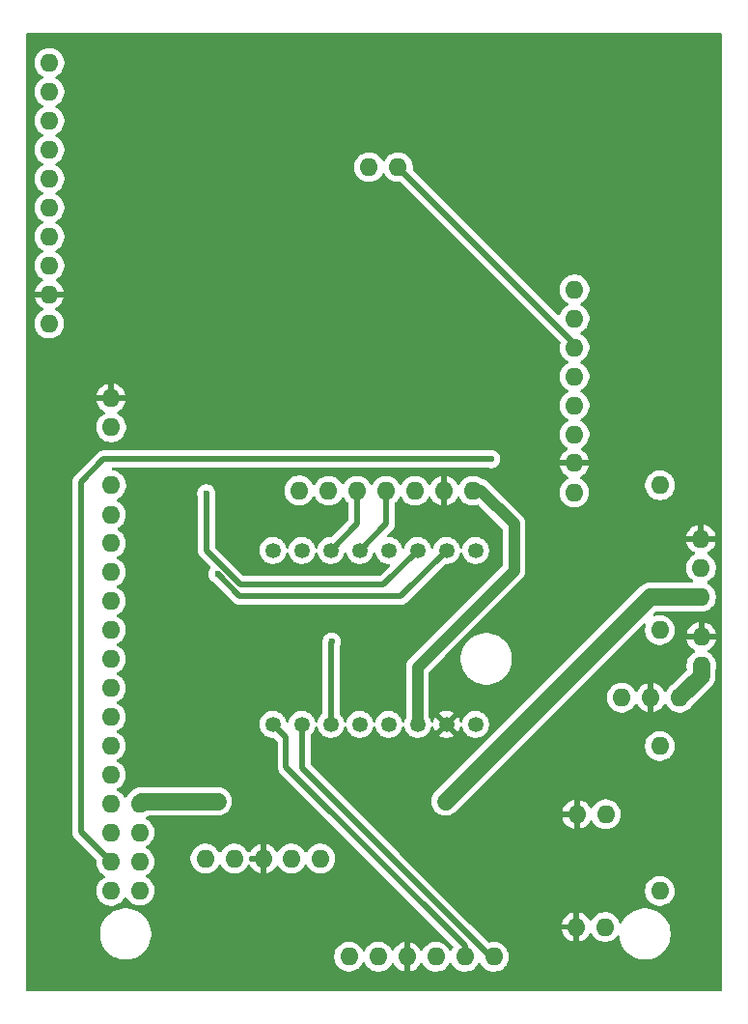
<source format=gbr>
%TF.GenerationSoftware,KiCad,Pcbnew,9.0.5*%
%TF.CreationDate,2025-11-14T12:22:43-06:00*%
%TF.ProjectId,PCBEmbebidos,50434245-6d62-4656-9269-646f732e6b69,rev?*%
%TF.SameCoordinates,Original*%
%TF.FileFunction,Copper,L2,Bot*%
%TF.FilePolarity,Positive*%
%FSLAX46Y46*%
G04 Gerber Fmt 4.6, Leading zero omitted, Abs format (unit mm)*
G04 Created by KiCad (PCBNEW 9.0.5) date 2025-11-14 12:22:43*
%MOMM*%
%LPD*%
G01*
G04 APERTURE LIST*
%TA.AperFunction,ComponentPad*%
%ADD10O,1.600000X1.600000*%
%TD*%
%TA.AperFunction,ComponentPad*%
%ADD11C,1.348000*%
%TD*%
%TA.AperFunction,ViaPad*%
%ADD12C,0.600000*%
%TD*%
%TA.AperFunction,Conductor*%
%ADD13C,0.500000*%
%TD*%
%TA.AperFunction,Conductor*%
%ADD14C,1.000000*%
%TD*%
%TA.AperFunction,Conductor*%
%ADD15C,1.500000*%
%TD*%
G04 APERTURE END LIST*
D10*
%TO.P,Encoder1,1,M+*%
%TO.N,/M+*%
X63525957Y-110600872D03*
%TO.P,Encoder1,2,M-*%
%TO.N,/M-*%
X66100000Y-110620000D03*
%TO.P,Encoder1,3,ENC-*%
%TO.N,/gnd*%
X68600000Y-110620000D03*
%TO.P,Encoder1,4,ENC+*%
%TO.N,/5v*%
X71140000Y-110620000D03*
%TO.P,Encoder1,5,ENCA*%
%TO.N,/enca*%
X73680000Y-110620000D03*
%TO.P,Encoder1,6,ENCB*%
%TO.N,/encb*%
X76220000Y-110620000D03*
%TD*%
%TO.P,battery1,1,bat+*%
%TO.N,/7.4v*%
X86040000Y-98120000D03*
%TO.P,battery1,2,bat-*%
%TO.N,/gnd*%
X83500000Y-98120000D03*
%TD*%
%TO.P,stm1,1,GND*%
%TO.N,/gnd*%
X42657866Y-61670840D03*
%TO.P,stm1,2,VIN*%
%TO.N,/5v*%
X42657866Y-64210840D03*
%TO.P,stm1,3,na*%
%TO.N,unconnected-(stm1-na-Pad3)*%
X42657866Y-69290840D03*
%TO.P,stm1,4,na*%
%TO.N,unconnected-(stm1-na-Pad4)*%
X42638738Y-71864883D03*
%TO.P,stm1,5,na*%
%TO.N,unconnected-(stm1-na-Pad5)*%
X42638738Y-74364883D03*
%TO.P,stm1,6,na*%
%TO.N,unconnected-(stm1-na-Pad6)*%
X42638738Y-76904883D03*
%TO.P,stm1,7,na*%
%TO.N,unconnected-(stm1-na-Pad7)*%
X42638738Y-79444883D03*
%TO.P,stm1,8,na*%
%TO.N,unconnected-(stm1-na-Pad8)*%
X42638738Y-81984883D03*
%TO.P,stm1,9,na*%
%TO.N,unconnected-(stm1-na-Pad9)*%
X42638738Y-84524883D03*
%TO.P,stm1,10,na*%
%TO.N,unconnected-(stm1-na-Pad10)*%
X42638738Y-87064883D03*
%TO.P,stm1,11,na*%
%TO.N,unconnected-(stm1-na-Pad11)*%
X42638738Y-89604883D03*
%TO.P,stm1,12,na*%
%TO.N,unconnected-(stm1-na-Pad12)*%
X42638738Y-92144883D03*
%TO.P,stm1,13,na*%
%TO.N,unconnected-(stm1-na-Pad13)*%
X42638738Y-94684883D03*
%TO.P,stm1,14,na*%
%TO.N,unconnected-(stm1-na-Pad14)*%
X42638738Y-97224883D03*
%TO.P,stm1,15,na*%
%TO.N,/servo*%
X45158190Y-97184055D03*
%TO.P,stm1,16,CAN*%
%TO.N,/crxaldearriba*%
X42638738Y-99764883D03*
%TO.P,stm1,17,ESC*%
%TO.N,unconnected-(stm1-ESC-Pad17)*%
X45158190Y-99724055D03*
%TO.P,stm1,18,CAN*%
%TO.N,/ctxabajo*%
X42638738Y-102304883D03*
%TO.P,stm1,19,SERVO*%
%TO.N,/RECSalESC*%
X45158190Y-102264055D03*
%TO.P,stm1,20,na*%
%TO.N,unconnected-(stm1-na-Pad20)*%
X42638738Y-104844883D03*
%TO.P,stm1,21,na*%
%TO.N,unconnected-(stm1-na-Pad21)*%
X45158190Y-104804055D03*
%TO.P,stm1,S1*%
%TO.N,N/C*%
X90801262Y-69290352D03*
%TO.P,stm1,S2*%
X90782134Y-81984395D03*
%TO.P,stm1,S3*%
X90782134Y-92144395D03*
%TO.P,stm1,S4*%
X90782134Y-104844395D03*
%TD*%
%TO.P,tja1,1,VCC*%
%TO.N,/5v*%
X83276991Y-69909861D03*
%TO.P,tja1,2,GND*%
%TO.N,/gnd*%
X83296119Y-67335818D03*
%TO.P,tja1,3,TXD*%
%TO.N,/ctxabajo*%
X83296119Y-64835818D03*
%TO.P,tja1,4,RXD*%
%TO.N,/crxaldearriba*%
X83296119Y-62295818D03*
%TO.P,tja1,5,CANH*%
%TO.N,/CANH*%
X83296119Y-59755818D03*
%TO.P,tja1,6,CANL*%
%TO.N,/CANL*%
X83296119Y-57215818D03*
%TO.P,tja1,7,S*%
%TO.N,unconnected-(tja1-S-Pad7)*%
X83296119Y-54675818D03*
%TO.P,tja1,8,VIO*%
%TO.N,unconnected-(tja1-VIO-Pad8)*%
X83296119Y-52135818D03*
%TD*%
%TO.P,mpu1,1,VCC*%
%TO.N,/5v*%
X37220000Y-55120000D03*
%TO.P,mpu1,2,GND*%
%TO.N,/gnd*%
X37239128Y-52545957D03*
%TO.P,mpu1,3,SCL/SCLK*%
%TO.N,/sclMPU*%
X37239128Y-50045957D03*
%TO.P,mpu1,4,SDA/MOSI*%
%TO.N,/sdaMPU*%
X37239128Y-47505957D03*
%TO.P,mpu1,5,AUX_DA*%
%TO.N,unconnected-(mpu1-AUX_DA-Pad5)*%
X37239128Y-44965957D03*
%TO.P,mpu1,6,AUX_CL*%
%TO.N,unconnected-(mpu1-AUX_CL-Pad6)*%
X37239128Y-42425957D03*
%TO.P,mpu1,7,AD0/MISO*%
%TO.N,unconnected-(mpu1-AD0{slash}MISO-Pad7)*%
X37239128Y-39885957D03*
%TO.P,mpu1,8,INT*%
%TO.N,unconnected-(mpu1-INT-Pad8)*%
X37239128Y-37345957D03*
%TO.P,mpu1,9,NCS*%
%TO.N,unconnected-(mpu1-NCS-Pad9)*%
X37239128Y-34805957D03*
%TO.P,mpu1,10,FSYNC*%
%TO.N,unconnected-(mpu1-FSYNC-Pad10)*%
X37239128Y-32265957D03*
%TD*%
%TO.P,Servo1,1,S*%
%TO.N,/servo*%
X94413682Y-79065246D03*
%TO.P,Servo1,2,VI*%
%TO.N,/5v*%
X94413682Y-76525246D03*
%TO.P,Servo1,3,GND*%
%TO.N,/gnd*%
X94413682Y-73985246D03*
%TD*%
%TO.P,ESC2,1,ESC+*%
%TO.N,/7.4v*%
X86000000Y-108000000D03*
%TO.P,ESC2,2,ESC-*%
%TO.N,/gnd*%
X83460000Y-108000000D03*
%TO.P,ESC2,3,REC-*%
X56000000Y-102000000D03*
X56000000Y-102000000D03*
%TO.P,ESC2,4,REC+*%
%TO.N,unconnected-(ESC2-REC+-Pad4)*%
X53460000Y-102000000D03*
X53460000Y-102000000D03*
%TO.P,ESC2,5,RECS*%
%TO.N,/RECSalESC*%
X50920000Y-102000000D03*
%TO.P,ESC2,6,M-*%
%TO.N,/M-*%
X61000000Y-102000000D03*
%TO.P,ESC2,7,M+*%
%TO.N,/M+*%
X58460000Y-102000000D03*
%TD*%
%TO.P,Regulador1,1,VO*%
%TO.N,/5v*%
X87456433Y-87906776D03*
%TO.P,Regulador1,2,GND*%
%TO.N,/gnd*%
X89996433Y-87906776D03*
%TO.P,Regulador1,3,VI*%
%TO.N,/9v*%
X92536433Y-87906776D03*
%TD*%
%TO.P,bat1,1,bat+*%
%TO.N,/9v*%
X94422198Y-85111555D03*
%TO.P,bat1,2,bat-*%
%TO.N,/gnd*%
X94422198Y-82571555D03*
%TD*%
D11*
%TO.P,U1,0,GPIO0*%
%TO.N,/enca*%
X56840000Y-90240000D03*
%TO.P,U1,1,GPIO1*%
%TO.N,/encb*%
X59380000Y-90240000D03*
%TO.P,U1,2,GPIO2*%
%TO.N,/can0_int*%
X61920000Y-90240000D03*
%TO.P,U1,3,GPIO3*%
%TO.N,unconnected-(U1-GPIO3-Pad3)*%
X64460000Y-90240000D03*
%TO.P,U1,3.3,3V3*%
%TO.N,/3.3v*%
X69540000Y-90240000D03*
%TO.P,U1,4,GPIO4*%
%TO.N,/cs4*%
X67000000Y-90240000D03*
%TO.P,U1,5,GPIO5*%
%TO.N,unconnected-(U1-GPIO5-Pad5)*%
X74620000Y-75000000D03*
%TO.P,U1,5V,5V*%
%TO.N,/5v*%
X74620000Y-90240000D03*
%TO.P,U1,6,GPIO6*%
%TO.N,/sdaMPU*%
X72080000Y-75000000D03*
%TO.P,U1,7,GPIO7*%
%TO.N,/sclMPU*%
X69540000Y-75000000D03*
%TO.P,U1,8,GPIO8*%
%TO.N,/8sck*%
X67000000Y-75000000D03*
%TO.P,U1,9,GPIO9*%
%TO.N,/9so*%
X64460000Y-75000000D03*
%TO.P,U1,10,GPIO10*%
%TO.N,/10si*%
X61920000Y-75000000D03*
%TO.P,U1,20,GPIO20*%
%TO.N,unconnected-(U1-GPIO20-Pad20)*%
X59380000Y-75000000D03*
%TO.P,U1,21,GPIO21*%
%TO.N,unconnected-(U1-GPIO21-Pad21)*%
X56840000Y-75000000D03*
%TO.P,U1,G,GND*%
%TO.N,/gnd*%
X72080000Y-90240000D03*
%TD*%
D10*
%TO.P,MCP1,1,~{INT}*%
%TO.N,/can0_int*%
X59160445Y-69740827D03*
%TO.P,MCP1,2,SCK*%
%TO.N,/8sck*%
X61734488Y-69759955D03*
%TO.P,MCP1,3,SI*%
%TO.N,/10si*%
X64234488Y-69759955D03*
%TO.P,MCP1,4,SO*%
%TO.N,/9so*%
X66774488Y-69759955D03*
%TO.P,MCP1,5,~{CS}*%
%TO.N,/cs4*%
X69314488Y-69759955D03*
%TO.P,MCP1,6,GND*%
%TO.N,/gnd*%
X71854488Y-69759955D03*
%TO.P,MCP1,7,VCC*%
%TO.N,/3.3v*%
X74394488Y-69759955D03*
%TO.P,MCP1,8,CANH*%
%TO.N,/CANH*%
X65289387Y-41399888D03*
%TO.P,MCP1,9,CANL*%
%TO.N,/CANL*%
X67829387Y-41399888D03*
%TD*%
D12*
%TO.N,/can0_int*%
X62000000Y-83000000D03*
%TO.N,/sdaMPU*%
X52000000Y-77060662D03*
%TO.N,/sclMPU*%
X51000000Y-70000000D03*
%TO.N,/ctxabajo*%
X76000000Y-67000000D03*
%TO.N,/servo*%
X72000000Y-97000000D03*
X52000000Y-97000000D03*
%TD*%
D13*
%TO.N,/can0_int*%
X62000000Y-83000000D02*
X61920000Y-83080000D01*
X61920000Y-83080000D02*
X61920000Y-90240000D01*
%TO.N,/10si*%
X64234488Y-69759955D02*
X64234488Y-72685512D01*
X64234488Y-72685512D02*
X61920000Y-75000000D01*
%TO.N,/sdaMPU*%
X53939338Y-79000000D02*
X68080000Y-79000000D01*
X68080000Y-79000000D02*
X72080000Y-75000000D01*
X52000000Y-77060662D02*
X53939338Y-79000000D01*
%TO.N,/sclMPU*%
X54000000Y-78000000D02*
X51000000Y-75000000D01*
X66540000Y-78000000D02*
X54000000Y-78000000D01*
X69540000Y-75000000D02*
X66540000Y-78000000D01*
X51000000Y-75000000D02*
X51000000Y-70000000D01*
D14*
%TO.N,/3.3v*%
X74394488Y-69759955D02*
X75077221Y-69759955D01*
X69540000Y-85228853D02*
X69540000Y-90240000D01*
X78000000Y-72682734D02*
X78000000Y-76768853D01*
X75077221Y-69759955D02*
X78000000Y-72682734D01*
X78000000Y-76768853D02*
X69540000Y-85228853D01*
D13*
%TO.N,/encb*%
X59380000Y-90240000D02*
X59380000Y-94080000D01*
X59380000Y-94080000D02*
X75920000Y-110620000D01*
X75920000Y-110620000D02*
X76220000Y-110620000D01*
%TO.N,/enca*%
X73680000Y-109650000D02*
X73680000Y-110620000D01*
X58000000Y-93970000D02*
X73680000Y-109650000D01*
X58000000Y-91400000D02*
X58000000Y-93970000D01*
X56840000Y-90240000D02*
X58000000Y-91400000D01*
%TO.N,/CANL*%
X83296119Y-56866620D02*
X83296119Y-57215818D01*
X67829387Y-41399888D02*
X83296119Y-56866620D01*
%TO.N,/ctxabajo*%
X40000000Y-99666145D02*
X40000000Y-69000000D01*
X40000000Y-69000000D02*
X42000000Y-67000000D01*
X42638738Y-102304883D02*
X40000000Y-99666145D01*
X42000000Y-67000000D02*
X76000000Y-67000000D01*
%TO.N,/9so*%
X66774488Y-69759955D02*
X66774488Y-72685512D01*
X66774488Y-72685512D02*
X64460000Y-75000000D01*
D15*
%TO.N,/servo*%
X94413682Y-79065246D02*
X89934754Y-79065246D01*
X52000000Y-97000000D02*
X45342245Y-97000000D01*
X89934754Y-79065246D02*
X72000000Y-97000000D01*
X45342245Y-97000000D02*
X45158190Y-97184055D01*
%TO.N,/9v*%
X94422198Y-85111555D02*
X94422198Y-86021011D01*
X94422198Y-86021011D02*
X92536433Y-87906776D01*
%TD*%
%TA.AperFunction,Conductor*%
%TO.N,/gnd*%
G36*
X55534075Y-101807007D02*
G01*
X55500000Y-101934174D01*
X55500000Y-102065826D01*
X55534075Y-102192993D01*
X55566988Y-102250000D01*
X54882300Y-102250000D01*
X54815261Y-102230315D01*
X54769506Y-102177511D01*
X54759562Y-102108353D01*
X54759826Y-102106606D01*
X54760500Y-102102349D01*
X54760500Y-101897650D01*
X54759826Y-101893394D01*
X54768783Y-101824101D01*
X54813781Y-101770650D01*
X54880533Y-101750013D01*
X54882300Y-101750000D01*
X55566988Y-101750000D01*
X55534075Y-101807007D01*
G37*
%TD.AperFunction*%
%TA.AperFunction,Conductor*%
G36*
X96162539Y-29640185D02*
G01*
X96208294Y-29692989D01*
X96219500Y-29744500D01*
X96219500Y-113495500D01*
X96199815Y-113562539D01*
X96147011Y-113608294D01*
X96095500Y-113619500D01*
X35344500Y-113619500D01*
X35277461Y-113599815D01*
X35231706Y-113547011D01*
X35220500Y-113495500D01*
X35220500Y-108471646D01*
X41681652Y-108471646D01*
X41681652Y-108766673D01*
X41711263Y-108991582D01*
X41720159Y-109059153D01*
X41796320Y-109343390D01*
X41796513Y-109344111D01*
X41796516Y-109344121D01*
X41909406Y-109616660D01*
X41909410Y-109616670D01*
X42056913Y-109872153D01*
X42236504Y-110106200D01*
X42236510Y-110106207D01*
X42445104Y-110314801D01*
X42445111Y-110314807D01*
X42679158Y-110494398D01*
X42934641Y-110641901D01*
X42934642Y-110641901D01*
X42934645Y-110641903D01*
X43082685Y-110703223D01*
X43206038Y-110754318D01*
X43207200Y-110754799D01*
X43492159Y-110831153D01*
X43784646Y-110869660D01*
X43784653Y-110869660D01*
X44079651Y-110869660D01*
X44079658Y-110869660D01*
X44372145Y-110831153D01*
X44657104Y-110754799D01*
X44929659Y-110641903D01*
X45185146Y-110494398D01*
X45419194Y-110314806D01*
X45627798Y-110106202D01*
X45807390Y-109872154D01*
X45954895Y-109616667D01*
X46067791Y-109344112D01*
X46144145Y-109059153D01*
X46182652Y-108766666D01*
X46182652Y-108471654D01*
X46182589Y-108471179D01*
X46180798Y-108457575D01*
X46144145Y-108179167D01*
X46067791Y-107894208D01*
X45954895Y-107621653D01*
X45954617Y-107621172D01*
X45807390Y-107366166D01*
X45627799Y-107132119D01*
X45627793Y-107132112D01*
X45419199Y-106923518D01*
X45419192Y-106923512D01*
X45185145Y-106743921D01*
X44929662Y-106596418D01*
X44929652Y-106596414D01*
X44657113Y-106483524D01*
X44657106Y-106483522D01*
X44657104Y-106483521D01*
X44372145Y-106407167D01*
X44323265Y-106400731D01*
X44079665Y-106368660D01*
X44079658Y-106368660D01*
X43784646Y-106368660D01*
X43784638Y-106368660D01*
X43506237Y-106405313D01*
X43492159Y-106407167D01*
X43208995Y-106483040D01*
X43207200Y-106483521D01*
X43207190Y-106483524D01*
X42934651Y-106596414D01*
X42934641Y-106596418D01*
X42679158Y-106743921D01*
X42445111Y-106923512D01*
X42445104Y-106923518D01*
X42236510Y-107132112D01*
X42236504Y-107132119D01*
X42056913Y-107366166D01*
X41909410Y-107621649D01*
X41909406Y-107621659D01*
X41796516Y-107894198D01*
X41796513Y-107894208D01*
X41740742Y-108102352D01*
X41720160Y-108179164D01*
X41720158Y-108179175D01*
X41681652Y-108471646D01*
X35220500Y-108471646D01*
X35220500Y-99740065D01*
X39249499Y-99740065D01*
X39278340Y-99885052D01*
X39278343Y-99885062D01*
X39334914Y-100021637D01*
X39367812Y-100070872D01*
X39367813Y-100070875D01*
X39417046Y-100144559D01*
X39417052Y-100144566D01*
X41312264Y-102039777D01*
X41345749Y-102101100D01*
X41347056Y-102146855D01*
X41338238Y-102202530D01*
X41338238Y-102407234D01*
X41370260Y-102609417D01*
X41433519Y-102804106D01*
X41526453Y-102986496D01*
X41646766Y-103152096D01*
X41791524Y-103296854D01*
X41946487Y-103409439D01*
X41957128Y-103417170D01*
X42046309Y-103462610D01*
X42049818Y-103464398D01*
X42100614Y-103512373D01*
X42117409Y-103580194D01*
X42094872Y-103646329D01*
X42049818Y-103685368D01*
X41957124Y-103732598D01*
X41791524Y-103852911D01*
X41646766Y-103997669D01*
X41526453Y-104163269D01*
X41433519Y-104345659D01*
X41370260Y-104540348D01*
X41338238Y-104742531D01*
X41338238Y-104947234D01*
X41370260Y-105149417D01*
X41433519Y-105344106D01*
X41497429Y-105469536D01*
X41526202Y-105526005D01*
X41526453Y-105526496D01*
X41646766Y-105692096D01*
X41791524Y-105836854D01*
X41946487Y-105949439D01*
X41957128Y-105957170D01*
X42059386Y-106009273D01*
X42139514Y-106050101D01*
X42139516Y-106050101D01*
X42139519Y-106050103D01*
X42243875Y-106084010D01*
X42334203Y-106113360D01*
X42435295Y-106129371D01*
X42536386Y-106145383D01*
X42536387Y-106145383D01*
X42741089Y-106145383D01*
X42741090Y-106145383D01*
X42943272Y-106113360D01*
X43137957Y-106050103D01*
X43320348Y-105957170D01*
X43413328Y-105889615D01*
X43485951Y-105836854D01*
X43485953Y-105836851D01*
X43485957Y-105836849D01*
X43630704Y-105692102D01*
X43630706Y-105692098D01*
X43630709Y-105692096D01*
X43751024Y-105526494D01*
X43751274Y-105526005D01*
X43798380Y-105433552D01*
X43846354Y-105382757D01*
X43914175Y-105365961D01*
X43980310Y-105388498D01*
X44019350Y-105433552D01*
X44045905Y-105485668D01*
X44166218Y-105651268D01*
X44310976Y-105796026D01*
X44465939Y-105908611D01*
X44476580Y-105916342D01*
X44592797Y-105975558D01*
X44658966Y-106009273D01*
X44658968Y-106009273D01*
X44658971Y-106009275D01*
X44763327Y-106043182D01*
X44853655Y-106072532D01*
X44954747Y-106088543D01*
X45055838Y-106104555D01*
X45055839Y-106104555D01*
X45260541Y-106104555D01*
X45260542Y-106104555D01*
X45462724Y-106072532D01*
X45657409Y-106009275D01*
X45839800Y-105916342D01*
X45949214Y-105836849D01*
X46005403Y-105796026D01*
X46005405Y-105796023D01*
X46005409Y-105796021D01*
X46150156Y-105651274D01*
X46150158Y-105651270D01*
X46150161Y-105651268D01*
X46202922Y-105578645D01*
X46270477Y-105485665D01*
X46363410Y-105303274D01*
X46426667Y-105108589D01*
X46458690Y-104906407D01*
X46458690Y-104701703D01*
X46433134Y-104540349D01*
X46426667Y-104499520D01*
X46376517Y-104345176D01*
X46363410Y-104304836D01*
X46363408Y-104304833D01*
X46363408Y-104304831D01*
X46317832Y-104215384D01*
X46270477Y-104122445D01*
X46262746Y-104111804D01*
X46150161Y-103956841D01*
X46005403Y-103812083D01*
X45839804Y-103691770D01*
X45827239Y-103685368D01*
X45747107Y-103644538D01*
X45696313Y-103596566D01*
X45679518Y-103528745D01*
X45702055Y-103462610D01*
X45747107Y-103423571D01*
X45839800Y-103376342D01*
X45860960Y-103360968D01*
X46005403Y-103256026D01*
X46005405Y-103256023D01*
X46005409Y-103256021D01*
X46150156Y-103111274D01*
X46150158Y-103111270D01*
X46150161Y-103111268D01*
X46236834Y-102991971D01*
X46270477Y-102945665D01*
X46363410Y-102763274D01*
X46426667Y-102568589D01*
X46458690Y-102366407D01*
X46458690Y-102161703D01*
X46426667Y-101959521D01*
X46406563Y-101897648D01*
X49619500Y-101897648D01*
X49619500Y-102102352D01*
X49623878Y-102129995D01*
X49651522Y-102304534D01*
X49714781Y-102499223D01*
X49807715Y-102681613D01*
X49928028Y-102847213D01*
X50072786Y-102991971D01*
X50227749Y-103104556D01*
X50238390Y-103112287D01*
X50354607Y-103171503D01*
X50420776Y-103205218D01*
X50420778Y-103205218D01*
X50420781Y-103205220D01*
X50525137Y-103239127D01*
X50615465Y-103268477D01*
X50716557Y-103284488D01*
X50817648Y-103300500D01*
X50817649Y-103300500D01*
X51022351Y-103300500D01*
X51022352Y-103300500D01*
X51224534Y-103268477D01*
X51419219Y-103205220D01*
X51601610Y-103112287D01*
X51694590Y-103044732D01*
X51767213Y-102991971D01*
X51767215Y-102991968D01*
X51767219Y-102991966D01*
X51911966Y-102847219D01*
X51911968Y-102847215D01*
X51911971Y-102847213D01*
X52032284Y-102681614D01*
X52032286Y-102681611D01*
X52032287Y-102681610D01*
X52079516Y-102588917D01*
X52127489Y-102538123D01*
X52195310Y-102521328D01*
X52261445Y-102543865D01*
X52300483Y-102588917D01*
X52317247Y-102621817D01*
X52347715Y-102681614D01*
X52468028Y-102847213D01*
X52612786Y-102991971D01*
X52767749Y-103104556D01*
X52778390Y-103112287D01*
X52894607Y-103171503D01*
X52960776Y-103205218D01*
X52960778Y-103205218D01*
X52960781Y-103205220D01*
X53065137Y-103239127D01*
X53155465Y-103268477D01*
X53256557Y-103284488D01*
X53357648Y-103300500D01*
X53357649Y-103300500D01*
X53562351Y-103300500D01*
X53562352Y-103300500D01*
X53764534Y-103268477D01*
X53959219Y-103205220D01*
X54141610Y-103112287D01*
X54234590Y-103044732D01*
X54307213Y-102991971D01*
X54307215Y-102991968D01*
X54307219Y-102991966D01*
X54451966Y-102847219D01*
X54451968Y-102847215D01*
X54451971Y-102847213D01*
X54572284Y-102681614D01*
X54572286Y-102681611D01*
X54572287Y-102681610D01*
X54619795Y-102588369D01*
X54667770Y-102537574D01*
X54735591Y-102520779D01*
X54801725Y-102543316D01*
X54840765Y-102588370D01*
X54888140Y-102681349D01*
X55008417Y-102846894D01*
X55008417Y-102846895D01*
X55153104Y-102991582D01*
X55318650Y-103111859D01*
X55500968Y-103204754D01*
X55695578Y-103267988D01*
X55750000Y-103276607D01*
X55750000Y-102433012D01*
X55807007Y-102465925D01*
X55934174Y-102500000D01*
X56065826Y-102500000D01*
X56192993Y-102465925D01*
X56250000Y-102433012D01*
X56250000Y-103276606D01*
X56304421Y-103267988D01*
X56499031Y-103204754D01*
X56681349Y-103111859D01*
X56846894Y-102991582D01*
X56846895Y-102991582D01*
X56991582Y-102846895D01*
X56991582Y-102846894D01*
X57111858Y-102681350D01*
X57119231Y-102666880D01*
X57167203Y-102616081D01*
X57235023Y-102599282D01*
X57301159Y-102621817D01*
X57340202Y-102666871D01*
X57347713Y-102681611D01*
X57468028Y-102847213D01*
X57612786Y-102991971D01*
X57767749Y-103104556D01*
X57778390Y-103112287D01*
X57894607Y-103171503D01*
X57960776Y-103205218D01*
X57960778Y-103205218D01*
X57960781Y-103205220D01*
X58065137Y-103239127D01*
X58155465Y-103268477D01*
X58256557Y-103284488D01*
X58357648Y-103300500D01*
X58357649Y-103300500D01*
X58562351Y-103300500D01*
X58562352Y-103300500D01*
X58764534Y-103268477D01*
X58959219Y-103205220D01*
X59141610Y-103112287D01*
X59234590Y-103044732D01*
X59307213Y-102991971D01*
X59307215Y-102991968D01*
X59307219Y-102991966D01*
X59451966Y-102847219D01*
X59451968Y-102847215D01*
X59451971Y-102847213D01*
X59572284Y-102681614D01*
X59572286Y-102681611D01*
X59572287Y-102681610D01*
X59619516Y-102588917D01*
X59667489Y-102538123D01*
X59735310Y-102521328D01*
X59801445Y-102543865D01*
X59840483Y-102588917D01*
X59857247Y-102621817D01*
X59887715Y-102681614D01*
X60008028Y-102847213D01*
X60152786Y-102991971D01*
X60307749Y-103104556D01*
X60318390Y-103112287D01*
X60434607Y-103171503D01*
X60500776Y-103205218D01*
X60500778Y-103205218D01*
X60500781Y-103205220D01*
X60605137Y-103239127D01*
X60695465Y-103268477D01*
X60796557Y-103284488D01*
X60897648Y-103300500D01*
X60897649Y-103300500D01*
X61102351Y-103300500D01*
X61102352Y-103300500D01*
X61304534Y-103268477D01*
X61499219Y-103205220D01*
X61681610Y-103112287D01*
X61774590Y-103044732D01*
X61847213Y-102991971D01*
X61847215Y-102991968D01*
X61847219Y-102991966D01*
X61991966Y-102847219D01*
X61991968Y-102847215D01*
X61991971Y-102847213D01*
X62052955Y-102763274D01*
X62112287Y-102681610D01*
X62205220Y-102499219D01*
X62268477Y-102304534D01*
X62300500Y-102102352D01*
X62300500Y-101897648D01*
X62277117Y-101750013D01*
X62268477Y-101695465D01*
X62205218Y-101500776D01*
X62142749Y-101378175D01*
X62112287Y-101318390D01*
X62078648Y-101272089D01*
X61991971Y-101152786D01*
X61847213Y-101008028D01*
X61681613Y-100887715D01*
X61681612Y-100887714D01*
X61681610Y-100887713D01*
X61624653Y-100858691D01*
X61499223Y-100794781D01*
X61304534Y-100731522D01*
X61129995Y-100703878D01*
X61102352Y-100699500D01*
X60897648Y-100699500D01*
X60873329Y-100703351D01*
X60695465Y-100731522D01*
X60500776Y-100794781D01*
X60318386Y-100887715D01*
X60152786Y-101008028D01*
X60008028Y-101152786D01*
X59887715Y-101318386D01*
X59840485Y-101411080D01*
X59792510Y-101461876D01*
X59724689Y-101478671D01*
X59658554Y-101456134D01*
X59619515Y-101411080D01*
X59602749Y-101378175D01*
X59572287Y-101318390D01*
X59538648Y-101272089D01*
X59451971Y-101152786D01*
X59307213Y-101008028D01*
X59141613Y-100887715D01*
X59141612Y-100887714D01*
X59141610Y-100887713D01*
X59084653Y-100858691D01*
X58959223Y-100794781D01*
X58764534Y-100731522D01*
X58589995Y-100703878D01*
X58562352Y-100699500D01*
X58357648Y-100699500D01*
X58333329Y-100703351D01*
X58155465Y-100731522D01*
X57960776Y-100794781D01*
X57778386Y-100887715D01*
X57612786Y-101008028D01*
X57468028Y-101152786D01*
X57347714Y-101318387D01*
X57340201Y-101333131D01*
X57292224Y-101383924D01*
X57224402Y-101400716D01*
X57158268Y-101378175D01*
X57119232Y-101333121D01*
X57111859Y-101318649D01*
X56991582Y-101153105D01*
X56991582Y-101153104D01*
X56846895Y-101008417D01*
X56681349Y-100888140D01*
X56499029Y-100795244D01*
X56304413Y-100732009D01*
X56250000Y-100723390D01*
X56250000Y-101566988D01*
X56192993Y-101534075D01*
X56065826Y-101500000D01*
X55934174Y-101500000D01*
X55807007Y-101534075D01*
X55750000Y-101566988D01*
X55750000Y-100723390D01*
X55695586Y-100732009D01*
X55500970Y-100795244D01*
X55318650Y-100888140D01*
X55153105Y-101008417D01*
X55153104Y-101008417D01*
X55008417Y-101153104D01*
X55008417Y-101153105D01*
X54888140Y-101318650D01*
X54840765Y-101411629D01*
X54792790Y-101462425D01*
X54724969Y-101479220D01*
X54658834Y-101456682D01*
X54619795Y-101411629D01*
X54602749Y-101378175D01*
X54572287Y-101318390D01*
X54538648Y-101272089D01*
X54451971Y-101152786D01*
X54307213Y-101008028D01*
X54141613Y-100887715D01*
X54141612Y-100887714D01*
X54141610Y-100887713D01*
X54084653Y-100858691D01*
X53959223Y-100794781D01*
X53764534Y-100731522D01*
X53589995Y-100703878D01*
X53562352Y-100699500D01*
X53357648Y-100699500D01*
X53333329Y-100703351D01*
X53155465Y-100731522D01*
X52960776Y-100794781D01*
X52778386Y-100887715D01*
X52612786Y-101008028D01*
X52468028Y-101152786D01*
X52347715Y-101318386D01*
X52300485Y-101411080D01*
X52252510Y-101461876D01*
X52184689Y-101478671D01*
X52118554Y-101456134D01*
X52079515Y-101411080D01*
X52062749Y-101378175D01*
X52032287Y-101318390D01*
X51998648Y-101272089D01*
X51911971Y-101152786D01*
X51767213Y-101008028D01*
X51601613Y-100887715D01*
X51601612Y-100887714D01*
X51601610Y-100887713D01*
X51544653Y-100858691D01*
X51419223Y-100794781D01*
X51224534Y-100731522D01*
X51049995Y-100703878D01*
X51022352Y-100699500D01*
X50817648Y-100699500D01*
X50793329Y-100703351D01*
X50615465Y-100731522D01*
X50420776Y-100794781D01*
X50238386Y-100887715D01*
X50072786Y-101008028D01*
X49928028Y-101152786D01*
X49807715Y-101318386D01*
X49714781Y-101500776D01*
X49651522Y-101695465D01*
X49620174Y-101893394D01*
X49619500Y-101897648D01*
X46406563Y-101897648D01*
X46363410Y-101764836D01*
X46363408Y-101764833D01*
X46363408Y-101764831D01*
X46317832Y-101675384D01*
X46270477Y-101582445D01*
X46262746Y-101571804D01*
X46150161Y-101416841D01*
X46005403Y-101272083D01*
X45839804Y-101151770D01*
X45827239Y-101145368D01*
X45747107Y-101104538D01*
X45696313Y-101056566D01*
X45679518Y-100988745D01*
X45702055Y-100922610D01*
X45747107Y-100883571D01*
X45839800Y-100836342D01*
X45949214Y-100756849D01*
X46005403Y-100716026D01*
X46005405Y-100716023D01*
X46005409Y-100716021D01*
X46150156Y-100571274D01*
X46150158Y-100571270D01*
X46150161Y-100571268D01*
X46240814Y-100446493D01*
X46270477Y-100405665D01*
X46363410Y-100223274D01*
X46426667Y-100028589D01*
X46458690Y-99826407D01*
X46458690Y-99621703D01*
X46433134Y-99460349D01*
X46426667Y-99419520D01*
X46363408Y-99224831D01*
X46305902Y-99111971D01*
X46270477Y-99042445D01*
X46215823Y-98967219D01*
X46150161Y-98876841D01*
X46005403Y-98732083D01*
X45839804Y-98611770D01*
X45789080Y-98585925D01*
X45747107Y-98564538D01*
X45740032Y-98557856D01*
X45730854Y-98554616D01*
X45715051Y-98534263D01*
X45696313Y-98516566D01*
X45693972Y-98507115D01*
X45688004Y-98499428D01*
X45685712Y-98473761D01*
X45679518Y-98448745D01*
X45682657Y-98439531D01*
X45681792Y-98429835D01*
X45693743Y-98407001D01*
X45702055Y-98382610D01*
X45710541Y-98374905D01*
X45714192Y-98367932D01*
X45736020Y-98351776D01*
X45742069Y-98346286D01*
X45744543Y-98344877D01*
X45839800Y-98296342D01*
X45875872Y-98270133D01*
X45881852Y-98266731D01*
X45909427Y-98260221D01*
X45936110Y-98250702D01*
X45943187Y-98250500D01*
X52098422Y-98250500D01*
X52292826Y-98219709D01*
X52307300Y-98215006D01*
X52480025Y-98158884D01*
X52655405Y-98069524D01*
X52814646Y-97953828D01*
X52953828Y-97814646D01*
X53069524Y-97655405D01*
X53158884Y-97480025D01*
X53219709Y-97292826D01*
X53250500Y-97098422D01*
X53250500Y-96901577D01*
X53219709Y-96707173D01*
X53166453Y-96543271D01*
X53158884Y-96519975D01*
X53158882Y-96519972D01*
X53158882Y-96519970D01*
X53069523Y-96344594D01*
X53063890Y-96336841D01*
X52953828Y-96185354D01*
X52814646Y-96046172D01*
X52655405Y-95930476D01*
X52480029Y-95841117D01*
X52292826Y-95780290D01*
X52098422Y-95749500D01*
X52098417Y-95749500D01*
X45440661Y-95749500D01*
X45243828Y-95749500D01*
X45243823Y-95749500D01*
X45049418Y-95780290D01*
X44862214Y-95841117D01*
X44686836Y-95930478D01*
X44537333Y-96039098D01*
X44520745Y-96049263D01*
X44476580Y-96071767D01*
X44476576Y-96071769D01*
X44310976Y-96192083D01*
X44166218Y-96336841D01*
X44045903Y-96502443D01*
X43998546Y-96595386D01*
X43950572Y-96646181D01*
X43882751Y-96662976D01*
X43816616Y-96640438D01*
X43777577Y-96595384D01*
X43751024Y-96543271D01*
X43630709Y-96377669D01*
X43485951Y-96232911D01*
X43320352Y-96112598D01*
X43313744Y-96109231D01*
X43227655Y-96065366D01*
X43176861Y-96017394D01*
X43160066Y-95949573D01*
X43182603Y-95883438D01*
X43227655Y-95844399D01*
X43320348Y-95797170D01*
X43385961Y-95749500D01*
X43485951Y-95676854D01*
X43485953Y-95676851D01*
X43485957Y-95676849D01*
X43630704Y-95532102D01*
X43630706Y-95532098D01*
X43630709Y-95532096D01*
X43683470Y-95459473D01*
X43751025Y-95366493D01*
X43843958Y-95184102D01*
X43907215Y-94989417D01*
X43939238Y-94787235D01*
X43939238Y-94582531D01*
X43907215Y-94380349D01*
X43905389Y-94374730D01*
X43845015Y-94188917D01*
X43843958Y-94185664D01*
X43843956Y-94185661D01*
X43843956Y-94185659D01*
X43810241Y-94119490D01*
X43751025Y-94003273D01*
X43743294Y-93992632D01*
X43630709Y-93837669D01*
X43485951Y-93692911D01*
X43320352Y-93572598D01*
X43313744Y-93569231D01*
X43227655Y-93525366D01*
X43176861Y-93477394D01*
X43160066Y-93409573D01*
X43182603Y-93343438D01*
X43227655Y-93304399D01*
X43320348Y-93257170D01*
X43341508Y-93241796D01*
X43485951Y-93136854D01*
X43485953Y-93136851D01*
X43485957Y-93136849D01*
X43630704Y-92992102D01*
X43630706Y-92992098D01*
X43630709Y-92992096D01*
X43683470Y-92919473D01*
X43751025Y-92826493D01*
X43843958Y-92644102D01*
X43907215Y-92449417D01*
X43939238Y-92247235D01*
X43939238Y-92042531D01*
X43907215Y-91840349D01*
X43907056Y-91839861D01*
X43843956Y-91645659D01*
X43810241Y-91579490D01*
X43751025Y-91463273D01*
X43715590Y-91414500D01*
X43630709Y-91297669D01*
X43485951Y-91152911D01*
X43320352Y-91032598D01*
X43313744Y-91029231D01*
X43227655Y-90985366D01*
X43176861Y-90937394D01*
X43160066Y-90869573D01*
X43182603Y-90803438D01*
X43227655Y-90764399D01*
X43320348Y-90717170D01*
X43356835Y-90690661D01*
X43485951Y-90596854D01*
X43485953Y-90596851D01*
X43485957Y-90596849D01*
X43630704Y-90452102D01*
X43630706Y-90452098D01*
X43630709Y-90452096D01*
X43704665Y-90350302D01*
X43751025Y-90286493D01*
X43843958Y-90104102D01*
X43907215Y-89909417D01*
X43939238Y-89707235D01*
X43939238Y-89502531D01*
X43912467Y-89333507D01*
X43907215Y-89300348D01*
X43859018Y-89152014D01*
X43843958Y-89105664D01*
X43843956Y-89105661D01*
X43843956Y-89105659D01*
X43810241Y-89039490D01*
X43751025Y-88923273D01*
X43732923Y-88898358D01*
X43630709Y-88757669D01*
X43485951Y-88612911D01*
X43320352Y-88492598D01*
X43313744Y-88489231D01*
X43227655Y-88445366D01*
X43176861Y-88397394D01*
X43160066Y-88329573D01*
X43182603Y-88263438D01*
X43227655Y-88224399D01*
X43320348Y-88177170D01*
X43341508Y-88161796D01*
X43485951Y-88056854D01*
X43485953Y-88056851D01*
X43485957Y-88056849D01*
X43630704Y-87912102D01*
X43630706Y-87912098D01*
X43630709Y-87912096D01*
X43708936Y-87804424D01*
X43751025Y-87746493D01*
X43843958Y-87564102D01*
X43907215Y-87369417D01*
X43939238Y-87167235D01*
X43939238Y-86962531D01*
X43912623Y-86794491D01*
X43907215Y-86760348D01*
X43867716Y-86638785D01*
X43843958Y-86565664D01*
X43843956Y-86565661D01*
X43843956Y-86565659D01*
X43810241Y-86499490D01*
X43751025Y-86383273D01*
X43700578Y-86313838D01*
X43630709Y-86217669D01*
X43485951Y-86072911D01*
X43320352Y-85952598D01*
X43313744Y-85949231D01*
X43227655Y-85905366D01*
X43176861Y-85857394D01*
X43160066Y-85789573D01*
X43182603Y-85723438D01*
X43227655Y-85684399D01*
X43320348Y-85637170D01*
X43441687Y-85549013D01*
X43485951Y-85516854D01*
X43485953Y-85516851D01*
X43485957Y-85516849D01*
X43630704Y-85372102D01*
X43630706Y-85372098D01*
X43630709Y-85372096D01*
X43683470Y-85299473D01*
X43751025Y-85206493D01*
X43843958Y-85024102D01*
X43907215Y-84829417D01*
X43939238Y-84627235D01*
X43939238Y-84422531D01*
X43929266Y-84359574D01*
X43907215Y-84220348D01*
X43843956Y-84025659D01*
X43806301Y-83951758D01*
X43751025Y-83843273D01*
X43743294Y-83832632D01*
X43630709Y-83677669D01*
X43485951Y-83532911D01*
X43320352Y-83412598D01*
X43307620Y-83406111D01*
X43227655Y-83365366D01*
X43176861Y-83317394D01*
X43160066Y-83249573D01*
X43182603Y-83183438D01*
X43227655Y-83144399D01*
X43320348Y-83097170D01*
X43426519Y-83020033D01*
X43485951Y-82976854D01*
X43485953Y-82976851D01*
X43485957Y-82976849D01*
X43630704Y-82832102D01*
X43630706Y-82832098D01*
X43630709Y-82832096D01*
X43683470Y-82759473D01*
X43751025Y-82666493D01*
X43843958Y-82484102D01*
X43907215Y-82289417D01*
X43939238Y-82087235D01*
X43939238Y-81882531D01*
X43907215Y-81680349D01*
X43907056Y-81679861D01*
X43877865Y-81590020D01*
X43843958Y-81485664D01*
X43843956Y-81485661D01*
X43843956Y-81485659D01*
X43808187Y-81415459D01*
X43751025Y-81303273D01*
X43743294Y-81292632D01*
X43630709Y-81137669D01*
X43485951Y-80992911D01*
X43320352Y-80872598D01*
X43313744Y-80869231D01*
X43227655Y-80825366D01*
X43176861Y-80777394D01*
X43160066Y-80709573D01*
X43182603Y-80643438D01*
X43227655Y-80604399D01*
X43320348Y-80557170D01*
X43341508Y-80541796D01*
X43485951Y-80436854D01*
X43485953Y-80436851D01*
X43485957Y-80436849D01*
X43630704Y-80292102D01*
X43630706Y-80292098D01*
X43630709Y-80292096D01*
X43683470Y-80219473D01*
X43751025Y-80126493D01*
X43843958Y-79944102D01*
X43907215Y-79749417D01*
X43939238Y-79547235D01*
X43939238Y-79342531D01*
X43907215Y-79140349D01*
X43843958Y-78945664D01*
X43843956Y-78945661D01*
X43843956Y-78945659D01*
X43810241Y-78879490D01*
X43751025Y-78763273D01*
X43743294Y-78752632D01*
X43630709Y-78597669D01*
X43485951Y-78452911D01*
X43320352Y-78332598D01*
X43313744Y-78329231D01*
X43227655Y-78285366D01*
X43176861Y-78237394D01*
X43160066Y-78169573D01*
X43182603Y-78103438D01*
X43227655Y-78064399D01*
X43320348Y-78017170D01*
X43408728Y-77952959D01*
X43485951Y-77896854D01*
X43485953Y-77896851D01*
X43485957Y-77896849D01*
X43630704Y-77752102D01*
X43630706Y-77752098D01*
X43630709Y-77752096D01*
X43683470Y-77679473D01*
X43751025Y-77586493D01*
X43843958Y-77404102D01*
X43907215Y-77209417D01*
X43939238Y-77007235D01*
X43939238Y-76802531D01*
X43907215Y-76600349D01*
X43843958Y-76405664D01*
X43843956Y-76405661D01*
X43843956Y-76405659D01*
X43798347Y-76316147D01*
X43751025Y-76223273D01*
X43713534Y-76171670D01*
X43630709Y-76057669D01*
X43485951Y-75912911D01*
X43320352Y-75792598D01*
X43313744Y-75789231D01*
X43227655Y-75745366D01*
X43176861Y-75697394D01*
X43160066Y-75629573D01*
X43182603Y-75563438D01*
X43227655Y-75524399D01*
X43320348Y-75477170D01*
X43408728Y-75412959D01*
X43485951Y-75356854D01*
X43485957Y-75356849D01*
X43525331Y-75317475D01*
X43630704Y-75212102D01*
X43630706Y-75212098D01*
X43630709Y-75212096D01*
X43714252Y-75097107D01*
X43751025Y-75046493D01*
X43843958Y-74864102D01*
X43907215Y-74669417D01*
X43939238Y-74467235D01*
X43939238Y-74262531D01*
X43907215Y-74060349D01*
X43886137Y-73995479D01*
X43861424Y-73919420D01*
X43843958Y-73865664D01*
X43843956Y-73865661D01*
X43843956Y-73865659D01*
X43786558Y-73753011D01*
X43751025Y-73683273D01*
X43705271Y-73620297D01*
X43630709Y-73517669D01*
X43485951Y-73372911D01*
X43320351Y-73252598D01*
X43320350Y-73252597D01*
X43320348Y-73252596D01*
X43266909Y-73225367D01*
X43216114Y-73177393D01*
X43199319Y-73109572D01*
X43221856Y-73043437D01*
X43266910Y-73004398D01*
X43320348Y-72977170D01*
X43463196Y-72873386D01*
X43485951Y-72856854D01*
X43485953Y-72856851D01*
X43485957Y-72856849D01*
X43630704Y-72712102D01*
X43630706Y-72712098D01*
X43630709Y-72712096D01*
X43703726Y-72611595D01*
X43751025Y-72546493D01*
X43843958Y-72364102D01*
X43907215Y-72169417D01*
X43939238Y-71967235D01*
X43939238Y-71762531D01*
X43907215Y-71560349D01*
X43843958Y-71365664D01*
X43843956Y-71365661D01*
X43843956Y-71365659D01*
X43810241Y-71299490D01*
X43751025Y-71183273D01*
X43743294Y-71172632D01*
X43630709Y-71017669D01*
X43485951Y-70872911D01*
X43320351Y-70752598D01*
X43320350Y-70752597D01*
X43320348Y-70752596D01*
X43255747Y-70719680D01*
X43203815Y-70693219D01*
X43153019Y-70645244D01*
X43136224Y-70577423D01*
X43158762Y-70511288D01*
X43203815Y-70472249D01*
X43339476Y-70403127D01*
X43389010Y-70367138D01*
X43505079Y-70282811D01*
X43505081Y-70282808D01*
X43505085Y-70282806D01*
X43649832Y-70138059D01*
X43649834Y-70138055D01*
X43649837Y-70138053D01*
X43770150Y-69972454D01*
X43770151Y-69972453D01*
X43770153Y-69972450D01*
X43796290Y-69921153D01*
X50199500Y-69921153D01*
X50199500Y-70078846D01*
X50230261Y-70233489D01*
X50230263Y-70233497D01*
X50240061Y-70257151D01*
X50249500Y-70304604D01*
X50249500Y-75073918D01*
X50249500Y-75073920D01*
X50249499Y-75073920D01*
X50278340Y-75218907D01*
X50278342Y-75218913D01*
X50334915Y-75355494D01*
X50335808Y-75356829D01*
X50335815Y-75356852D01*
X50335821Y-75356849D01*
X50416215Y-75477170D01*
X50417051Y-75478420D01*
X50417052Y-75478421D01*
X51350630Y-76411997D01*
X51384115Y-76473320D01*
X51379131Y-76543011D01*
X51366052Y-76568568D01*
X51290608Y-76681478D01*
X51290602Y-76681489D01*
X51230264Y-76827160D01*
X51230261Y-76827172D01*
X51199500Y-76981815D01*
X51199500Y-77139508D01*
X51230261Y-77294151D01*
X51230264Y-77294163D01*
X51290602Y-77439834D01*
X51290609Y-77439847D01*
X51378210Y-77570950D01*
X51378213Y-77570954D01*
X51489710Y-77682451D01*
X51561570Y-77730466D01*
X51620821Y-77770056D01*
X51644475Y-77779853D01*
X51684703Y-77806733D01*
X53356387Y-79478416D01*
X53425205Y-79547234D01*
X53460923Y-79582952D01*
X53583836Y-79665080D01*
X53583849Y-79665087D01*
X53720420Y-79721656D01*
X53720425Y-79721658D01*
X53720429Y-79721658D01*
X53720430Y-79721659D01*
X53865417Y-79750500D01*
X53865420Y-79750500D01*
X68153920Y-79750500D01*
X68251462Y-79731096D01*
X68298913Y-79721658D01*
X68435495Y-79665084D01*
X68484729Y-79632186D01*
X68558416Y-79582952D01*
X71930548Y-76210818D01*
X71991871Y-76177334D01*
X72018229Y-76174500D01*
X72172440Y-76174500D01*
X72355030Y-76145580D01*
X72530849Y-76088453D01*
X72530852Y-76088452D01*
X72695572Y-76004523D01*
X72845136Y-75895859D01*
X72975859Y-75765136D01*
X73084523Y-75615572D01*
X73168452Y-75450852D01*
X73225580Y-75275029D01*
X73227527Y-75262737D01*
X73257456Y-75199602D01*
X73316768Y-75162671D01*
X73386630Y-75163669D01*
X73444863Y-75202279D01*
X73472473Y-75262737D01*
X73474420Y-75275030D01*
X73531546Y-75450849D01*
X73531547Y-75450852D01*
X73615479Y-75615575D01*
X73724135Y-75765129D01*
X73724139Y-75765134D01*
X73854865Y-75895860D01*
X73854870Y-75895864D01*
X73878342Y-75912917D01*
X74004428Y-76004523D01*
X74108723Y-76057664D01*
X74169147Y-76088452D01*
X74169150Y-76088453D01*
X74344969Y-76145580D01*
X74527560Y-76174500D01*
X74527565Y-76174500D01*
X74712440Y-76174500D01*
X74895030Y-76145580D01*
X75070849Y-76088453D01*
X75070852Y-76088452D01*
X75235572Y-76004523D01*
X75385136Y-75895859D01*
X75515859Y-75765136D01*
X75624523Y-75615572D01*
X75708452Y-75450852D01*
X75736201Y-75365449D01*
X75765580Y-75275030D01*
X75794500Y-75092440D01*
X75794500Y-74907559D01*
X75765580Y-74724969D01*
X75708453Y-74549150D01*
X75708452Y-74549147D01*
X75675892Y-74485246D01*
X75624523Y-74384428D01*
X75610639Y-74365318D01*
X75515864Y-74234870D01*
X75515860Y-74234865D01*
X75385134Y-74104139D01*
X75385129Y-74104135D01*
X75235575Y-73995479D01*
X75235574Y-73995478D01*
X75235572Y-73995477D01*
X75182799Y-73968588D01*
X75070852Y-73911547D01*
X75070849Y-73911546D01*
X74895030Y-73854419D01*
X74712440Y-73825500D01*
X74712435Y-73825500D01*
X74527565Y-73825500D01*
X74527560Y-73825500D01*
X74344969Y-73854419D01*
X74169150Y-73911546D01*
X74169147Y-73911547D01*
X74004424Y-73995479D01*
X73854870Y-74104135D01*
X73854865Y-74104139D01*
X73724139Y-74234865D01*
X73724135Y-74234870D01*
X73615479Y-74384424D01*
X73531547Y-74549147D01*
X73531546Y-74549150D01*
X73474420Y-74724969D01*
X73472473Y-74737263D01*
X73442543Y-74800397D01*
X73383231Y-74837328D01*
X73313369Y-74836330D01*
X73255136Y-74797719D01*
X73227527Y-74737263D01*
X73227192Y-74735150D01*
X73225580Y-74724971D01*
X73168452Y-74549148D01*
X73168452Y-74549147D01*
X73135892Y-74485246D01*
X73084523Y-74384428D01*
X73070639Y-74365318D01*
X72975864Y-74234870D01*
X72975860Y-74234865D01*
X72845134Y-74104139D01*
X72845129Y-74104135D01*
X72695575Y-73995479D01*
X72695574Y-73995478D01*
X72695572Y-73995477D01*
X72642799Y-73968588D01*
X72530852Y-73911547D01*
X72530849Y-73911546D01*
X72355030Y-73854419D01*
X72172440Y-73825500D01*
X72172435Y-73825500D01*
X71987565Y-73825500D01*
X71987560Y-73825500D01*
X71804969Y-73854419D01*
X71629150Y-73911546D01*
X71629147Y-73911547D01*
X71464424Y-73995479D01*
X71314870Y-74104135D01*
X71314865Y-74104139D01*
X71184139Y-74234865D01*
X71184135Y-74234870D01*
X71075479Y-74384424D01*
X70991547Y-74549147D01*
X70991546Y-74549150D01*
X70934420Y-74724969D01*
X70932473Y-74737263D01*
X70902543Y-74800397D01*
X70843231Y-74837328D01*
X70773369Y-74836330D01*
X70715136Y-74797719D01*
X70687527Y-74737263D01*
X70687192Y-74735150D01*
X70685580Y-74724971D01*
X70628452Y-74549148D01*
X70628452Y-74549147D01*
X70595892Y-74485246D01*
X70544523Y-74384428D01*
X70530639Y-74365318D01*
X70435864Y-74234870D01*
X70435860Y-74234865D01*
X70305134Y-74104139D01*
X70305129Y-74104135D01*
X70155575Y-73995479D01*
X70155574Y-73995478D01*
X70155572Y-73995477D01*
X70102799Y-73968588D01*
X69990852Y-73911547D01*
X69990849Y-73911546D01*
X69815030Y-73854419D01*
X69632440Y-73825500D01*
X69632435Y-73825500D01*
X69447565Y-73825500D01*
X69447560Y-73825500D01*
X69264969Y-73854419D01*
X69089150Y-73911546D01*
X69089147Y-73911547D01*
X68924424Y-73995479D01*
X68774870Y-74104135D01*
X68774865Y-74104139D01*
X68644139Y-74234865D01*
X68644135Y-74234870D01*
X68535479Y-74384424D01*
X68451547Y-74549147D01*
X68451546Y-74549150D01*
X68394420Y-74724969D01*
X68392473Y-74737263D01*
X68362543Y-74800397D01*
X68303231Y-74837328D01*
X68233369Y-74836330D01*
X68175136Y-74797719D01*
X68147527Y-74737263D01*
X68147192Y-74735150D01*
X68145580Y-74724971D01*
X68088452Y-74549148D01*
X68088452Y-74549147D01*
X68055892Y-74485246D01*
X68004523Y-74384428D01*
X67990639Y-74365318D01*
X67895864Y-74234870D01*
X67895860Y-74234865D01*
X67765134Y-74104139D01*
X67765129Y-74104135D01*
X67615575Y-73995479D01*
X67615574Y-73995478D01*
X67615572Y-73995477D01*
X67562799Y-73968588D01*
X67450852Y-73911547D01*
X67450849Y-73911546D01*
X67275030Y-73854419D01*
X67092440Y-73825500D01*
X67092435Y-73825500D01*
X66995229Y-73825500D01*
X66928190Y-73805815D01*
X66882435Y-73753011D01*
X66872491Y-73683853D01*
X66901516Y-73620297D01*
X66907548Y-73613819D01*
X67357436Y-73163931D01*
X67357436Y-73163930D01*
X67357439Y-73163928D01*
X67439572Y-73041007D01*
X67496146Y-72904425D01*
X67524988Y-72759430D01*
X67524988Y-72611595D01*
X67524988Y-70885371D01*
X67544673Y-70818332D01*
X67576101Y-70785054D01*
X67621707Y-70751921D01*
X67766454Y-70607174D01*
X67766456Y-70607170D01*
X67766459Y-70607168D01*
X67886772Y-70441569D01*
X67886774Y-70441566D01*
X67886775Y-70441565D01*
X67934004Y-70348872D01*
X67981977Y-70298078D01*
X68049798Y-70281283D01*
X68115933Y-70303820D01*
X68154971Y-70348872D01*
X68182616Y-70403127D01*
X68202203Y-70441569D01*
X68322516Y-70607168D01*
X68467274Y-70751926D01*
X68589023Y-70840380D01*
X68632878Y-70872242D01*
X68690952Y-70901832D01*
X68815264Y-70965173D01*
X68815266Y-70965173D01*
X68815269Y-70965175D01*
X68901158Y-70993082D01*
X69009953Y-71028432D01*
X69111045Y-71044443D01*
X69212136Y-71060455D01*
X69212137Y-71060455D01*
X69416839Y-71060455D01*
X69416840Y-71060455D01*
X69619022Y-71028432D01*
X69813707Y-70965175D01*
X69996098Y-70872242D01*
X70116107Y-70785051D01*
X70161701Y-70751926D01*
X70161703Y-70751923D01*
X70161707Y-70751921D01*
X70306454Y-70607174D01*
X70306456Y-70607170D01*
X70306459Y-70607168D01*
X70426772Y-70441569D01*
X70426774Y-70441566D01*
X70426775Y-70441565D01*
X70474283Y-70348324D01*
X70522258Y-70297529D01*
X70590079Y-70280734D01*
X70656213Y-70303271D01*
X70695253Y-70348325D01*
X70742628Y-70441304D01*
X70862905Y-70606849D01*
X70862905Y-70606850D01*
X71007592Y-70751537D01*
X71173138Y-70871814D01*
X71355456Y-70964709D01*
X71550066Y-71027943D01*
X71604488Y-71036562D01*
X71604488Y-70192967D01*
X71661495Y-70225880D01*
X71788662Y-70259955D01*
X71920314Y-70259955D01*
X72047481Y-70225880D01*
X72104488Y-70192967D01*
X72104488Y-71036561D01*
X72158909Y-71027943D01*
X72353519Y-70964709D01*
X72535837Y-70871814D01*
X72701382Y-70751537D01*
X72701383Y-70751537D01*
X72846070Y-70606850D01*
X72846070Y-70606849D01*
X72966349Y-70441302D01*
X73013722Y-70348326D01*
X73061696Y-70297530D01*
X73129516Y-70280734D01*
X73195652Y-70303271D01*
X73234691Y-70348324D01*
X73282201Y-70441566D01*
X73402516Y-70607168D01*
X73547274Y-70751926D01*
X73669023Y-70840380D01*
X73712878Y-70872242D01*
X73770952Y-70901832D01*
X73895264Y-70965173D01*
X73895266Y-70965173D01*
X73895269Y-70965175D01*
X73981158Y-70993082D01*
X74089953Y-71028432D01*
X74191045Y-71044443D01*
X74292136Y-71060455D01*
X74292137Y-71060455D01*
X74496839Y-71060455D01*
X74496840Y-71060455D01*
X74699022Y-71028432D01*
X74801676Y-70995076D01*
X74871514Y-70993082D01*
X74927673Y-71025327D01*
X76963181Y-73060835D01*
X76996666Y-73122158D01*
X76999500Y-73148516D01*
X76999500Y-76303070D01*
X76979815Y-76370109D01*
X76963181Y-76390751D01*
X68902220Y-84451712D01*
X68902218Y-84451714D01*
X68832538Y-84521393D01*
X68762859Y-84591072D01*
X68653371Y-84754932D01*
X68653364Y-84754945D01*
X68577950Y-84937013D01*
X68577947Y-84937023D01*
X68539500Y-85130309D01*
X68539500Y-89586762D01*
X68525985Y-89643057D01*
X68451547Y-89789147D01*
X68451546Y-89789150D01*
X68394420Y-89964969D01*
X68392473Y-89977263D01*
X68362543Y-90040397D01*
X68303231Y-90077328D01*
X68233369Y-90076330D01*
X68175136Y-90037719D01*
X68147527Y-89977263D01*
X68147192Y-89975150D01*
X68145580Y-89964971D01*
X68107776Y-89848622D01*
X68088453Y-89789150D01*
X68088452Y-89789147D01*
X68046715Y-89707234D01*
X68004523Y-89624428D01*
X67977157Y-89586762D01*
X67895864Y-89474870D01*
X67895860Y-89474865D01*
X67765134Y-89344139D01*
X67765129Y-89344135D01*
X67615575Y-89235479D01*
X67615574Y-89235478D01*
X67615572Y-89235477D01*
X67560224Y-89207276D01*
X67450852Y-89151547D01*
X67450849Y-89151546D01*
X67275030Y-89094419D01*
X67092440Y-89065500D01*
X67092435Y-89065500D01*
X66907565Y-89065500D01*
X66907560Y-89065500D01*
X66724969Y-89094419D01*
X66549150Y-89151546D01*
X66549147Y-89151547D01*
X66384424Y-89235479D01*
X66234870Y-89344135D01*
X66234865Y-89344139D01*
X66104139Y-89474865D01*
X66104135Y-89474870D01*
X65995479Y-89624424D01*
X65911547Y-89789147D01*
X65911546Y-89789150D01*
X65854420Y-89964969D01*
X65852473Y-89977263D01*
X65822543Y-90040397D01*
X65763231Y-90077328D01*
X65693369Y-90076330D01*
X65635136Y-90037719D01*
X65607527Y-89977263D01*
X65607192Y-89975150D01*
X65605580Y-89964971D01*
X65567776Y-89848622D01*
X65548453Y-89789150D01*
X65548452Y-89789147D01*
X65506715Y-89707234D01*
X65464523Y-89624428D01*
X65437157Y-89586762D01*
X65355864Y-89474870D01*
X65355860Y-89474865D01*
X65225134Y-89344139D01*
X65225129Y-89344135D01*
X65075575Y-89235479D01*
X65075574Y-89235478D01*
X65075572Y-89235477D01*
X65020224Y-89207276D01*
X64910852Y-89151547D01*
X64910849Y-89151546D01*
X64735030Y-89094419D01*
X64552440Y-89065500D01*
X64552435Y-89065500D01*
X64367565Y-89065500D01*
X64367560Y-89065500D01*
X64184969Y-89094419D01*
X64009150Y-89151546D01*
X64009147Y-89151547D01*
X63844424Y-89235479D01*
X63694870Y-89344135D01*
X63694865Y-89344139D01*
X63564139Y-89474865D01*
X63564135Y-89474870D01*
X63455479Y-89624424D01*
X63371547Y-89789147D01*
X63371546Y-89789150D01*
X63314420Y-89964969D01*
X63312473Y-89977263D01*
X63282543Y-90040397D01*
X63223231Y-90077328D01*
X63153369Y-90076330D01*
X63095136Y-90037719D01*
X63067527Y-89977263D01*
X63067192Y-89975150D01*
X63065580Y-89964971D01*
X63027776Y-89848622D01*
X63008453Y-89789150D01*
X63008452Y-89789147D01*
X62966715Y-89707234D01*
X62924523Y-89624428D01*
X62897157Y-89586762D01*
X62815865Y-89474871D01*
X62815861Y-89474867D01*
X62815859Y-89474864D01*
X62706818Y-89365823D01*
X62673334Y-89304500D01*
X62670500Y-89278142D01*
X62670500Y-83475002D01*
X62690185Y-83407963D01*
X62691398Y-83406111D01*
X62709394Y-83379179D01*
X62769737Y-83233497D01*
X62800500Y-83078842D01*
X62800500Y-82921158D01*
X62800500Y-82921155D01*
X62800499Y-82921153D01*
X62788551Y-82861085D01*
X62769737Y-82766503D01*
X62728110Y-82666005D01*
X62709397Y-82620827D01*
X62709390Y-82620814D01*
X62621789Y-82489711D01*
X62621786Y-82489707D01*
X62510292Y-82378213D01*
X62510288Y-82378210D01*
X62379185Y-82290609D01*
X62379172Y-82290602D01*
X62233501Y-82230264D01*
X62233489Y-82230261D01*
X62078845Y-82199500D01*
X62078842Y-82199500D01*
X61921158Y-82199500D01*
X61921155Y-82199500D01*
X61766510Y-82230261D01*
X61766498Y-82230264D01*
X61620827Y-82290602D01*
X61620814Y-82290609D01*
X61489711Y-82378210D01*
X61489707Y-82378213D01*
X61378213Y-82489707D01*
X61378210Y-82489711D01*
X61290609Y-82620814D01*
X61290602Y-82620827D01*
X61230263Y-82766500D01*
X61230260Y-82766512D01*
X61225938Y-82788237D01*
X61218884Y-82811491D01*
X61198342Y-82861085D01*
X61198340Y-82861093D01*
X61169500Y-83006079D01*
X61169500Y-89278142D01*
X61149815Y-89345181D01*
X61133182Y-89365823D01*
X61024134Y-89474871D01*
X60915479Y-89624424D01*
X60831547Y-89789147D01*
X60831546Y-89789150D01*
X60774420Y-89964969D01*
X60772473Y-89977263D01*
X60742543Y-90040397D01*
X60683231Y-90077328D01*
X60613369Y-90076330D01*
X60555136Y-90037719D01*
X60527527Y-89977263D01*
X60527192Y-89975150D01*
X60525580Y-89964971D01*
X60487776Y-89848622D01*
X60468453Y-89789150D01*
X60468452Y-89789147D01*
X60426715Y-89707234D01*
X60384523Y-89624428D01*
X60357157Y-89586762D01*
X60275864Y-89474870D01*
X60275860Y-89474865D01*
X60145134Y-89344139D01*
X60145129Y-89344135D01*
X59995575Y-89235479D01*
X59995574Y-89235478D01*
X59995572Y-89235477D01*
X59940224Y-89207276D01*
X59830852Y-89151547D01*
X59830849Y-89151546D01*
X59655030Y-89094419D01*
X59472440Y-89065500D01*
X59472435Y-89065500D01*
X59287565Y-89065500D01*
X59287560Y-89065500D01*
X59104969Y-89094419D01*
X58929150Y-89151546D01*
X58929147Y-89151547D01*
X58764424Y-89235479D01*
X58614870Y-89344135D01*
X58614865Y-89344139D01*
X58484139Y-89474865D01*
X58484135Y-89474870D01*
X58375479Y-89624424D01*
X58291547Y-89789147D01*
X58291546Y-89789150D01*
X58234420Y-89964969D01*
X58232473Y-89977263D01*
X58202543Y-90040397D01*
X58143231Y-90077328D01*
X58073369Y-90076330D01*
X58015136Y-90037719D01*
X57987527Y-89977263D01*
X57987192Y-89975150D01*
X57985580Y-89964971D01*
X57947776Y-89848622D01*
X57928453Y-89789150D01*
X57928452Y-89789147D01*
X57886715Y-89707234D01*
X57844523Y-89624428D01*
X57817157Y-89586762D01*
X57735864Y-89474870D01*
X57735860Y-89474865D01*
X57605134Y-89344139D01*
X57605129Y-89344135D01*
X57455575Y-89235479D01*
X57455574Y-89235478D01*
X57455572Y-89235477D01*
X57400224Y-89207276D01*
X57290852Y-89151547D01*
X57290849Y-89151546D01*
X57115030Y-89094419D01*
X56932440Y-89065500D01*
X56932435Y-89065500D01*
X56747565Y-89065500D01*
X56747560Y-89065500D01*
X56564969Y-89094419D01*
X56389150Y-89151546D01*
X56389147Y-89151547D01*
X56224424Y-89235479D01*
X56074870Y-89344135D01*
X56074865Y-89344139D01*
X55944139Y-89474865D01*
X55944135Y-89474870D01*
X55835479Y-89624424D01*
X55751547Y-89789147D01*
X55751546Y-89789150D01*
X55694419Y-89964969D01*
X55665500Y-90147559D01*
X55665500Y-90332440D01*
X55694419Y-90515030D01*
X55751546Y-90690849D01*
X55751547Y-90690852D01*
X55808588Y-90802799D01*
X55829527Y-90843895D01*
X55835479Y-90855575D01*
X55944135Y-91005129D01*
X55944139Y-91005134D01*
X56074865Y-91135860D01*
X56074870Y-91135864D01*
X56098342Y-91152917D01*
X56224428Y-91244523D01*
X56327765Y-91297176D01*
X56389147Y-91328452D01*
X56389150Y-91328453D01*
X56564969Y-91385580D01*
X56747560Y-91414500D01*
X56901770Y-91414500D01*
X56968809Y-91434185D01*
X56989451Y-91450819D01*
X57213181Y-91674549D01*
X57246666Y-91735872D01*
X57249500Y-91762230D01*
X57249500Y-94043918D01*
X57249500Y-94043920D01*
X57249499Y-94043920D01*
X57278340Y-94188907D01*
X57278343Y-94188917D01*
X57334914Y-94325492D01*
X57367812Y-94374727D01*
X57367813Y-94374730D01*
X57417046Y-94448414D01*
X57417052Y-94448421D01*
X72635609Y-109666977D01*
X72669094Y-109728300D01*
X72664110Y-109797992D01*
X72648247Y-109827543D01*
X72567712Y-109938390D01*
X72520485Y-110031080D01*
X72472510Y-110081876D01*
X72404689Y-110098671D01*
X72338554Y-110076134D01*
X72299515Y-110031080D01*
X72298883Y-110029840D01*
X72252287Y-109938390D01*
X72238386Y-109919257D01*
X72131971Y-109772786D01*
X71987213Y-109628028D01*
X71821613Y-109507715D01*
X71821612Y-109507714D01*
X71821610Y-109507713D01*
X71764653Y-109478691D01*
X71639223Y-109414781D01*
X71444534Y-109351522D01*
X71269995Y-109323878D01*
X71242352Y-109319500D01*
X71037648Y-109319500D01*
X71013329Y-109323351D01*
X70835465Y-109351522D01*
X70640776Y-109414781D01*
X70458386Y-109507715D01*
X70292786Y-109628028D01*
X70148028Y-109772786D01*
X70027713Y-109938388D01*
X69980203Y-110031630D01*
X69932228Y-110082426D01*
X69864407Y-110099220D01*
X69798272Y-110076682D01*
X69759234Y-110031628D01*
X69711861Y-109938652D01*
X69591582Y-109773105D01*
X69591582Y-109773104D01*
X69446895Y-109628417D01*
X69281349Y-109508140D01*
X69099029Y-109415244D01*
X68904413Y-109352009D01*
X68850000Y-109343390D01*
X68850000Y-110186988D01*
X68792993Y-110154075D01*
X68665826Y-110120000D01*
X68534174Y-110120000D01*
X68407007Y-110154075D01*
X68350000Y-110186988D01*
X68350000Y-109343390D01*
X68295586Y-109352009D01*
X68100970Y-109415244D01*
X67918650Y-109508140D01*
X67753105Y-109628417D01*
X67753104Y-109628417D01*
X67608417Y-109773104D01*
X67608417Y-109773105D01*
X67488140Y-109938650D01*
X67460765Y-109992377D01*
X67412790Y-110043173D01*
X67344969Y-110059968D01*
X67278834Y-110037430D01*
X67239795Y-109992377D01*
X67212419Y-109938650D01*
X67212287Y-109938390D01*
X67198386Y-109919257D01*
X67091971Y-109772786D01*
X66947213Y-109628028D01*
X66781613Y-109507715D01*
X66781612Y-109507714D01*
X66781610Y-109507713D01*
X66724653Y-109478691D01*
X66599223Y-109414781D01*
X66404534Y-109351522D01*
X66229995Y-109323878D01*
X66202352Y-109319500D01*
X65997648Y-109319500D01*
X65973329Y-109323351D01*
X65795465Y-109351522D01*
X65600776Y-109414781D01*
X65418386Y-109507715D01*
X65252786Y-109628028D01*
X65108028Y-109772786D01*
X64987713Y-109938388D01*
X64928335Y-110054923D01*
X64880361Y-110105718D01*
X64812540Y-110122513D01*
X64746405Y-110099975D01*
X64707366Y-110054922D01*
X64701380Y-110043173D01*
X64638244Y-109919262D01*
X64638242Y-109919259D01*
X64638241Y-109919257D01*
X64517928Y-109753658D01*
X64373170Y-109608900D01*
X64207570Y-109488587D01*
X64207569Y-109488586D01*
X64207567Y-109488585D01*
X64150610Y-109459563D01*
X64025180Y-109395653D01*
X63830491Y-109332394D01*
X63655952Y-109304750D01*
X63628309Y-109300372D01*
X63423605Y-109300372D01*
X63399286Y-109304223D01*
X63221422Y-109332394D01*
X63026733Y-109395653D01*
X62844343Y-109488587D01*
X62678743Y-109608900D01*
X62533985Y-109753658D01*
X62413672Y-109919258D01*
X62320738Y-110101648D01*
X62257479Y-110296337D01*
X62226186Y-110493917D01*
X62225457Y-110498520D01*
X62225457Y-110703224D01*
X62228487Y-110722352D01*
X62257479Y-110905406D01*
X62320738Y-111100095D01*
X62413672Y-111282485D01*
X62533985Y-111448085D01*
X62678743Y-111592843D01*
X62833706Y-111705428D01*
X62844347Y-111713159D01*
X62960564Y-111772375D01*
X63026733Y-111806090D01*
X63026735Y-111806090D01*
X63026738Y-111806092D01*
X63084174Y-111824754D01*
X63221422Y-111869349D01*
X63322514Y-111885360D01*
X63423605Y-111901372D01*
X63423606Y-111901372D01*
X63628308Y-111901372D01*
X63628309Y-111901372D01*
X63830491Y-111869349D01*
X64025176Y-111806092D01*
X64207567Y-111713159D01*
X64300547Y-111645604D01*
X64373170Y-111592843D01*
X64373172Y-111592840D01*
X64373176Y-111592838D01*
X64517923Y-111448091D01*
X64517925Y-111448087D01*
X64517928Y-111448085D01*
X64638241Y-111282486D01*
X64638242Y-111282485D01*
X64638244Y-111282482D01*
X64697621Y-111165947D01*
X64745594Y-111115153D01*
X64813415Y-111098358D01*
X64879550Y-111120895D01*
X64918590Y-111165949D01*
X64977968Y-111282485D01*
X64987715Y-111301613D01*
X65108028Y-111467213D01*
X65252786Y-111611971D01*
X65392058Y-111713156D01*
X65418390Y-111732287D01*
X65534607Y-111791503D01*
X65600776Y-111825218D01*
X65600778Y-111825218D01*
X65600781Y-111825220D01*
X65705137Y-111859127D01*
X65795465Y-111888477D01*
X65896557Y-111904488D01*
X65997648Y-111920500D01*
X65997649Y-111920500D01*
X66202351Y-111920500D01*
X66202352Y-111920500D01*
X66404534Y-111888477D01*
X66599219Y-111825220D01*
X66781610Y-111732287D01*
X66874590Y-111664732D01*
X66947213Y-111611971D01*
X66947215Y-111611968D01*
X66947219Y-111611966D01*
X67091966Y-111467219D01*
X67091968Y-111467215D01*
X67091971Y-111467213D01*
X67212284Y-111301614D01*
X67212286Y-111301611D01*
X67212287Y-111301610D01*
X67239795Y-111247621D01*
X67287769Y-111196826D01*
X67355590Y-111180031D01*
X67421725Y-111202568D01*
X67460765Y-111247622D01*
X67488140Y-111301349D01*
X67608417Y-111466894D01*
X67608417Y-111466895D01*
X67753104Y-111611582D01*
X67918650Y-111731859D01*
X68100968Y-111824754D01*
X68295578Y-111887988D01*
X68350000Y-111896607D01*
X68350000Y-111053012D01*
X68407007Y-111085925D01*
X68534174Y-111120000D01*
X68665826Y-111120000D01*
X68792993Y-111085925D01*
X68850000Y-111053012D01*
X68850000Y-111896606D01*
X68904421Y-111887988D01*
X69099031Y-111824754D01*
X69281349Y-111731859D01*
X69446894Y-111611582D01*
X69446895Y-111611582D01*
X69591582Y-111466895D01*
X69591582Y-111466894D01*
X69711861Y-111301347D01*
X69759234Y-111208371D01*
X69807208Y-111157575D01*
X69875028Y-111140779D01*
X69941164Y-111163316D01*
X69980203Y-111208369D01*
X70027713Y-111301611D01*
X70148028Y-111467213D01*
X70292786Y-111611971D01*
X70432058Y-111713156D01*
X70458390Y-111732287D01*
X70574607Y-111791503D01*
X70640776Y-111825218D01*
X70640778Y-111825218D01*
X70640781Y-111825220D01*
X70745137Y-111859127D01*
X70835465Y-111888477D01*
X70936557Y-111904488D01*
X71037648Y-111920500D01*
X71037649Y-111920500D01*
X71242351Y-111920500D01*
X71242352Y-111920500D01*
X71444534Y-111888477D01*
X71639219Y-111825220D01*
X71821610Y-111732287D01*
X71914590Y-111664732D01*
X71987213Y-111611971D01*
X71987215Y-111611968D01*
X71987219Y-111611966D01*
X72131966Y-111467219D01*
X72131968Y-111467215D01*
X72131971Y-111467213D01*
X72252284Y-111301614D01*
X72252286Y-111301611D01*
X72252287Y-111301610D01*
X72299516Y-111208917D01*
X72347489Y-111158123D01*
X72415310Y-111141328D01*
X72481445Y-111163865D01*
X72520485Y-111208919D01*
X72567715Y-111301614D01*
X72688028Y-111467213D01*
X72832786Y-111611971D01*
X72972058Y-111713156D01*
X72998390Y-111732287D01*
X73114607Y-111791503D01*
X73180776Y-111825218D01*
X73180778Y-111825218D01*
X73180781Y-111825220D01*
X73285137Y-111859127D01*
X73375465Y-111888477D01*
X73476557Y-111904488D01*
X73577648Y-111920500D01*
X73577649Y-111920500D01*
X73782351Y-111920500D01*
X73782352Y-111920500D01*
X73984534Y-111888477D01*
X74179219Y-111825220D01*
X74361610Y-111732287D01*
X74454590Y-111664732D01*
X74527213Y-111611971D01*
X74527215Y-111611968D01*
X74527219Y-111611966D01*
X74671966Y-111467219D01*
X74671968Y-111467215D01*
X74671971Y-111467213D01*
X74792284Y-111301614D01*
X74792286Y-111301611D01*
X74792287Y-111301610D01*
X74839516Y-111208917D01*
X74887489Y-111158123D01*
X74955310Y-111141328D01*
X75021445Y-111163865D01*
X75060485Y-111208919D01*
X75107715Y-111301614D01*
X75228028Y-111467213D01*
X75372786Y-111611971D01*
X75512058Y-111713156D01*
X75538390Y-111732287D01*
X75654607Y-111791503D01*
X75720776Y-111825218D01*
X75720778Y-111825218D01*
X75720781Y-111825220D01*
X75825137Y-111859127D01*
X75915465Y-111888477D01*
X76016557Y-111904488D01*
X76117648Y-111920500D01*
X76117649Y-111920500D01*
X76322351Y-111920500D01*
X76322352Y-111920500D01*
X76524534Y-111888477D01*
X76719219Y-111825220D01*
X76901610Y-111732287D01*
X76994590Y-111664732D01*
X77067213Y-111611971D01*
X77067215Y-111611968D01*
X77067219Y-111611966D01*
X77211966Y-111467219D01*
X77211968Y-111467215D01*
X77211971Y-111467213D01*
X77264732Y-111394590D01*
X77332287Y-111301610D01*
X77425220Y-111119219D01*
X77488477Y-110924534D01*
X77520500Y-110722352D01*
X77520500Y-110517648D01*
X77488477Y-110315466D01*
X77488106Y-110314325D01*
X77436038Y-110154075D01*
X77425220Y-110120781D01*
X77425218Y-110120778D01*
X77425218Y-110120776D01*
X77379515Y-110031080D01*
X77332287Y-109938390D01*
X77318386Y-109919257D01*
X77211971Y-109772786D01*
X77067213Y-109628028D01*
X76901613Y-109507715D01*
X76901612Y-109507714D01*
X76901610Y-109507713D01*
X76844653Y-109478691D01*
X76719223Y-109414781D01*
X76524534Y-109351522D01*
X76349995Y-109323878D01*
X76322352Y-109319500D01*
X76117648Y-109319500D01*
X76050254Y-109330174D01*
X75915464Y-109351523D01*
X75915457Y-109351524D01*
X75834835Y-109377720D01*
X75764994Y-109379715D01*
X75708837Y-109347470D01*
X74111367Y-107750000D01*
X82183391Y-107750000D01*
X83026988Y-107750000D01*
X82994075Y-107807007D01*
X82960000Y-107934174D01*
X82960000Y-108065826D01*
X82994075Y-108192993D01*
X83026988Y-108250000D01*
X82183391Y-108250000D01*
X82192009Y-108304413D01*
X82255244Y-108499029D01*
X82348140Y-108681349D01*
X82468417Y-108846894D01*
X82468417Y-108846895D01*
X82613104Y-108991582D01*
X82778650Y-109111859D01*
X82960968Y-109204754D01*
X83155578Y-109267988D01*
X83210000Y-109276607D01*
X83210000Y-108433012D01*
X83267007Y-108465925D01*
X83394174Y-108500000D01*
X83525826Y-108500000D01*
X83652993Y-108465925D01*
X83710000Y-108433012D01*
X83710000Y-109276606D01*
X83764421Y-109267988D01*
X83959031Y-109204754D01*
X84141349Y-109111859D01*
X84306894Y-108991582D01*
X84306895Y-108991582D01*
X84451582Y-108846895D01*
X84451582Y-108846894D01*
X84571861Y-108681347D01*
X84619234Y-108588371D01*
X84667208Y-108537575D01*
X84735028Y-108520779D01*
X84801164Y-108543316D01*
X84840203Y-108588369D01*
X84887713Y-108681611D01*
X85008028Y-108847213D01*
X85152786Y-108991971D01*
X85245259Y-109059155D01*
X85318390Y-109112287D01*
X85434607Y-109171503D01*
X85500776Y-109205218D01*
X85500778Y-109205218D01*
X85500781Y-109205220D01*
X85605137Y-109239127D01*
X85695465Y-109268477D01*
X85796557Y-109284488D01*
X85897648Y-109300500D01*
X85897649Y-109300500D01*
X86102351Y-109300500D01*
X86102352Y-109300500D01*
X86304534Y-109268477D01*
X86499219Y-109205220D01*
X86681610Y-109112287D01*
X86774590Y-109044732D01*
X86847213Y-108991971D01*
X86847215Y-108991968D01*
X86847219Y-108991966D01*
X86991966Y-108847219D01*
X87031307Y-108793069D01*
X87086636Y-108750404D01*
X87156249Y-108744423D01*
X87218045Y-108777028D01*
X87252403Y-108837867D01*
X87254565Y-108849768D01*
X87282068Y-109058672D01*
X87358422Y-109343630D01*
X87358425Y-109343640D01*
X87471315Y-109616179D01*
X87471319Y-109616189D01*
X87618822Y-109871672D01*
X87798412Y-110105718D01*
X87798419Y-110105726D01*
X88007013Y-110314320D01*
X88007020Y-110314326D01*
X88241067Y-110493917D01*
X88496550Y-110641420D01*
X88496551Y-110641420D01*
X88496554Y-110641422D01*
X88769109Y-110754318D01*
X89054068Y-110830672D01*
X89346555Y-110869179D01*
X89346562Y-110869179D01*
X89641560Y-110869179D01*
X89641567Y-110869179D01*
X89934054Y-110830672D01*
X90219013Y-110754318D01*
X90491568Y-110641422D01*
X90747055Y-110493917D01*
X90981103Y-110314325D01*
X91189707Y-110105721D01*
X91189710Y-110105718D01*
X91317904Y-109938652D01*
X91369299Y-109871673D01*
X91516804Y-109616186D01*
X91629700Y-109343631D01*
X91706054Y-109058672D01*
X91744561Y-108766185D01*
X91744561Y-108471173D01*
X91706054Y-108178686D01*
X91629700Y-107893727D01*
X91516804Y-107621172D01*
X91509543Y-107608596D01*
X91369299Y-107365685D01*
X91189708Y-107131638D01*
X91189702Y-107131631D01*
X90981108Y-106923037D01*
X90981101Y-106923031D01*
X90747054Y-106743440D01*
X90491571Y-106595937D01*
X90491561Y-106595933D01*
X90219022Y-106483043D01*
X90219015Y-106483041D01*
X90219013Y-106483040D01*
X89934054Y-106406686D01*
X89885174Y-106400250D01*
X89641574Y-106368179D01*
X89641567Y-106368179D01*
X89346555Y-106368179D01*
X89346547Y-106368179D01*
X89068146Y-106404832D01*
X89054068Y-106406686D01*
X88769109Y-106483040D01*
X88769099Y-106483043D01*
X88496560Y-106595933D01*
X88496550Y-106595937D01*
X88241067Y-106743440D01*
X88007020Y-106923031D01*
X88007013Y-106923037D01*
X87798419Y-107131631D01*
X87798413Y-107131638D01*
X87618822Y-107365685D01*
X87471319Y-107621168D01*
X87469520Y-107624818D01*
X87467767Y-107623953D01*
X87428783Y-107672216D01*
X87362463Y-107694203D01*
X87294784Y-107676845D01*
X87247233Y-107625652D01*
X87240251Y-107608596D01*
X87205218Y-107500776D01*
X87136630Y-107366166D01*
X87112287Y-107318390D01*
X87104556Y-107307749D01*
X86991971Y-107152786D01*
X86847213Y-107008028D01*
X86681613Y-106887715D01*
X86681612Y-106887714D01*
X86681610Y-106887713D01*
X86624653Y-106858691D01*
X86499223Y-106794781D01*
X86304534Y-106731522D01*
X86129995Y-106703878D01*
X86102352Y-106699500D01*
X85897648Y-106699500D01*
X85873329Y-106703351D01*
X85695465Y-106731522D01*
X85500776Y-106794781D01*
X85318386Y-106887715D01*
X85152786Y-107008028D01*
X85008028Y-107152786D01*
X84887713Y-107318388D01*
X84840203Y-107411630D01*
X84792228Y-107462426D01*
X84724407Y-107479220D01*
X84658272Y-107456682D01*
X84619234Y-107411628D01*
X84571861Y-107318652D01*
X84451582Y-107153105D01*
X84451582Y-107153104D01*
X84306895Y-107008417D01*
X84141349Y-106888140D01*
X83959029Y-106795244D01*
X83764413Y-106732009D01*
X83710000Y-106723390D01*
X83710000Y-107566988D01*
X83652993Y-107534075D01*
X83525826Y-107500000D01*
X83394174Y-107500000D01*
X83267007Y-107534075D01*
X83210000Y-107566988D01*
X83210000Y-106723390D01*
X83155586Y-106732009D01*
X82960970Y-106795244D01*
X82778650Y-106888140D01*
X82613105Y-107008417D01*
X82613104Y-107008417D01*
X82468417Y-107153104D01*
X82468417Y-107153105D01*
X82348140Y-107318650D01*
X82255244Y-107500970D01*
X82192009Y-107695586D01*
X82183391Y-107750000D01*
X74111367Y-107750000D01*
X71186219Y-104824852D01*
X71103410Y-104742043D01*
X89481634Y-104742043D01*
X89481634Y-104946746D01*
X89513656Y-105148929D01*
X89576915Y-105343618D01*
X89669849Y-105526008D01*
X89790162Y-105691608D01*
X89934920Y-105836366D01*
X90044996Y-105916339D01*
X90100524Y-105956682D01*
X90216741Y-106015898D01*
X90282910Y-106049613D01*
X90282912Y-106049613D01*
X90282915Y-106049615D01*
X90387271Y-106083522D01*
X90477599Y-106112872D01*
X90578691Y-106128883D01*
X90679782Y-106144895D01*
X90679783Y-106144895D01*
X90884485Y-106144895D01*
X90884486Y-106144895D01*
X91086668Y-106112872D01*
X91281353Y-106049615D01*
X91463744Y-105956682D01*
X91556724Y-105889127D01*
X91629347Y-105836366D01*
X91629349Y-105836363D01*
X91629353Y-105836361D01*
X91774100Y-105691614D01*
X91774102Y-105691610D01*
X91774105Y-105691608D01*
X91826866Y-105618985D01*
X91894421Y-105526005D01*
X91987354Y-105343614D01*
X92050611Y-105148929D01*
X92082634Y-104946747D01*
X92082634Y-104742043D01*
X92050611Y-104539861D01*
X92037503Y-104499520D01*
X92021261Y-104449532D01*
X91987354Y-104345176D01*
X91987352Y-104345173D01*
X91987352Y-104345171D01*
X91944178Y-104260438D01*
X91894421Y-104162785D01*
X91865110Y-104122441D01*
X91774105Y-103997181D01*
X91629347Y-103852423D01*
X91463747Y-103732110D01*
X91463746Y-103732109D01*
X91463744Y-103732108D01*
X91406787Y-103703086D01*
X91281357Y-103639176D01*
X91086668Y-103575917D01*
X90912129Y-103548273D01*
X90884486Y-103543895D01*
X90679782Y-103543895D01*
X90655463Y-103547746D01*
X90477599Y-103575917D01*
X90282910Y-103639176D01*
X90100520Y-103732110D01*
X89934920Y-103852423D01*
X89790162Y-103997181D01*
X89669849Y-104162781D01*
X89576915Y-104345171D01*
X89513656Y-104539860D01*
X89481634Y-104742043D01*
X71103410Y-104742043D01*
X67943812Y-101582445D01*
X63262945Y-96901577D01*
X70749500Y-96901577D01*
X70749500Y-97098422D01*
X70780290Y-97292826D01*
X70841117Y-97480030D01*
X70929798Y-97654075D01*
X70930476Y-97655405D01*
X71046172Y-97814646D01*
X71185354Y-97953828D01*
X71344595Y-98069524D01*
X71427454Y-98111742D01*
X71519969Y-98158882D01*
X71519971Y-98158882D01*
X71519974Y-98158884D01*
X71572732Y-98176026D01*
X71707173Y-98219709D01*
X71901578Y-98250500D01*
X71901583Y-98250500D01*
X72098422Y-98250500D01*
X72292826Y-98219709D01*
X72307301Y-98215006D01*
X72347894Y-98201816D01*
X72480026Y-98158884D01*
X72655405Y-98069524D01*
X72814646Y-97953828D01*
X72898474Y-97870000D01*
X82223391Y-97870000D01*
X83066988Y-97870000D01*
X83034075Y-97927007D01*
X83000000Y-98054174D01*
X83000000Y-98185826D01*
X83034075Y-98312993D01*
X83066988Y-98370000D01*
X82223391Y-98370000D01*
X82232009Y-98424413D01*
X82295244Y-98619029D01*
X82388140Y-98801349D01*
X82508417Y-98966894D01*
X82508417Y-98966895D01*
X82653104Y-99111582D01*
X82818650Y-99231859D01*
X83000968Y-99324754D01*
X83195578Y-99387988D01*
X83250000Y-99396607D01*
X83250000Y-98553012D01*
X83307007Y-98585925D01*
X83434174Y-98620000D01*
X83565826Y-98620000D01*
X83692993Y-98585925D01*
X83750000Y-98553012D01*
X83750000Y-99396606D01*
X83804421Y-99387988D01*
X83999031Y-99324754D01*
X84181349Y-99231859D01*
X84346894Y-99111582D01*
X84346895Y-99111582D01*
X84491582Y-98966895D01*
X84491582Y-98966894D01*
X84611861Y-98801347D01*
X84659234Y-98708371D01*
X84707208Y-98657575D01*
X84775028Y-98640779D01*
X84841164Y-98663316D01*
X84880203Y-98708369D01*
X84927713Y-98801611D01*
X85048028Y-98967213D01*
X85192786Y-99111971D01*
X85347749Y-99224556D01*
X85358390Y-99232287D01*
X85474607Y-99291503D01*
X85540776Y-99325218D01*
X85540778Y-99325218D01*
X85540781Y-99325220D01*
X85633287Y-99355277D01*
X85735465Y-99388477D01*
X85836557Y-99404488D01*
X85937648Y-99420500D01*
X85937649Y-99420500D01*
X86142351Y-99420500D01*
X86142352Y-99420500D01*
X86344534Y-99388477D01*
X86539219Y-99325220D01*
X86721610Y-99232287D01*
X86854987Y-99135384D01*
X86887213Y-99111971D01*
X86887215Y-99111968D01*
X86887219Y-99111966D01*
X87031966Y-98967219D01*
X87031968Y-98967215D01*
X87031971Y-98967213D01*
X87097629Y-98876841D01*
X87152287Y-98801610D01*
X87245220Y-98619219D01*
X87308477Y-98424534D01*
X87340500Y-98222352D01*
X87340500Y-98017648D01*
X87322895Y-97906494D01*
X87308477Y-97815465D01*
X87245218Y-97620776D01*
X87199794Y-97531628D01*
X87152287Y-97438390D01*
X87144556Y-97427749D01*
X87031971Y-97272786D01*
X86887213Y-97128028D01*
X86721613Y-97007715D01*
X86721612Y-97007714D01*
X86721610Y-97007713D01*
X86664653Y-96978691D01*
X86539223Y-96914781D01*
X86344534Y-96851522D01*
X86169995Y-96823878D01*
X86142352Y-96819500D01*
X85937648Y-96819500D01*
X85913329Y-96823351D01*
X85735465Y-96851522D01*
X85540776Y-96914781D01*
X85358386Y-97007715D01*
X85192786Y-97128028D01*
X85048028Y-97272786D01*
X84927713Y-97438388D01*
X84880203Y-97531630D01*
X84832228Y-97582426D01*
X84764407Y-97599220D01*
X84698272Y-97576682D01*
X84659234Y-97531628D01*
X84611861Y-97438652D01*
X84491582Y-97273105D01*
X84491582Y-97273104D01*
X84346895Y-97128417D01*
X84181349Y-97008140D01*
X83999029Y-96915244D01*
X83804413Y-96852009D01*
X83750000Y-96843390D01*
X83750000Y-97686988D01*
X83692993Y-97654075D01*
X83565826Y-97620000D01*
X83434174Y-97620000D01*
X83307007Y-97654075D01*
X83250000Y-97686988D01*
X83250000Y-96843390D01*
X83195586Y-96852009D01*
X83000970Y-96915244D01*
X82818650Y-97008140D01*
X82653105Y-97128417D01*
X82653104Y-97128417D01*
X82508417Y-97273104D01*
X82508417Y-97273105D01*
X82388140Y-97438650D01*
X82295244Y-97620970D01*
X82232009Y-97815586D01*
X82223391Y-97870000D01*
X72898474Y-97870000D01*
X78726430Y-92042043D01*
X89481634Y-92042043D01*
X89481634Y-92246746D01*
X89513656Y-92448929D01*
X89576915Y-92643618D01*
X89669849Y-92826008D01*
X89790162Y-92991608D01*
X89934920Y-93136366D01*
X90089883Y-93248951D01*
X90100524Y-93256682D01*
X90194172Y-93304398D01*
X90282910Y-93349613D01*
X90282912Y-93349613D01*
X90282915Y-93349615D01*
X90387271Y-93383522D01*
X90477599Y-93412872D01*
X90578691Y-93428883D01*
X90679782Y-93444895D01*
X90679783Y-93444895D01*
X90884485Y-93444895D01*
X90884486Y-93444895D01*
X91086668Y-93412872D01*
X91281353Y-93349615D01*
X91463744Y-93256682D01*
X91556724Y-93189127D01*
X91629347Y-93136366D01*
X91629349Y-93136363D01*
X91629353Y-93136361D01*
X91774100Y-92991614D01*
X91774102Y-92991610D01*
X91774105Y-92991608D01*
X91826866Y-92918985D01*
X91894421Y-92826005D01*
X91987354Y-92643614D01*
X92050611Y-92448929D01*
X92082634Y-92246747D01*
X92082634Y-92042043D01*
X92050611Y-91839861D01*
X91987354Y-91645176D01*
X91987352Y-91645173D01*
X91987352Y-91645171D01*
X91953637Y-91579002D01*
X91894421Y-91462785D01*
X91873642Y-91434185D01*
X91774105Y-91297181D01*
X91629347Y-91152423D01*
X91463747Y-91032110D01*
X91463746Y-91032109D01*
X91463744Y-91032108D01*
X91372012Y-90985368D01*
X91281357Y-90939176D01*
X91086668Y-90875917D01*
X90912129Y-90848273D01*
X90884486Y-90843895D01*
X90679782Y-90843895D01*
X90655463Y-90847746D01*
X90477599Y-90875917D01*
X90282910Y-90939176D01*
X90100520Y-91032110D01*
X89934920Y-91152423D01*
X89790162Y-91297181D01*
X89669849Y-91462781D01*
X89576915Y-91645171D01*
X89513656Y-91839860D01*
X89481634Y-92042043D01*
X78726430Y-92042043D01*
X82964049Y-87804424D01*
X86155933Y-87804424D01*
X86155933Y-88009127D01*
X86187955Y-88211310D01*
X86251214Y-88405999D01*
X86296638Y-88495147D01*
X86344143Y-88588381D01*
X86344148Y-88588389D01*
X86464461Y-88753989D01*
X86609219Y-88898747D01*
X86764182Y-89011332D01*
X86774823Y-89019063D01*
X86865961Y-89065500D01*
X86957209Y-89111994D01*
X86957211Y-89111994D01*
X86957214Y-89111996D01*
X87061570Y-89145903D01*
X87151898Y-89175253D01*
X87252990Y-89191264D01*
X87354081Y-89207276D01*
X87354082Y-89207276D01*
X87558784Y-89207276D01*
X87558785Y-89207276D01*
X87760967Y-89175253D01*
X87955652Y-89111996D01*
X88138043Y-89019063D01*
X88269888Y-88923273D01*
X88303646Y-88898747D01*
X88303648Y-88898744D01*
X88303652Y-88898742D01*
X88448399Y-88753995D01*
X88448401Y-88753991D01*
X88448404Y-88753989D01*
X88568717Y-88588390D01*
X88568719Y-88588387D01*
X88568720Y-88588386D01*
X88616228Y-88495145D01*
X88664203Y-88444350D01*
X88732024Y-88427555D01*
X88798158Y-88450092D01*
X88837198Y-88495146D01*
X88884573Y-88588125D01*
X89004850Y-88753670D01*
X89004850Y-88753671D01*
X89149537Y-88898358D01*
X89315083Y-89018635D01*
X89497401Y-89111530D01*
X89692011Y-89174764D01*
X89746433Y-89183383D01*
X89746433Y-88339788D01*
X89803440Y-88372701D01*
X89930607Y-88406776D01*
X90062259Y-88406776D01*
X90189426Y-88372701D01*
X90246433Y-88339788D01*
X90246433Y-89183382D01*
X90300854Y-89174764D01*
X90495464Y-89111530D01*
X90677782Y-89018635D01*
X90843327Y-88898358D01*
X90843328Y-88898358D01*
X90988015Y-88753671D01*
X90988015Y-88753670D01*
X91108294Y-88588123D01*
X91155667Y-88495147D01*
X91203641Y-88444351D01*
X91271461Y-88427555D01*
X91337597Y-88450092D01*
X91376636Y-88495145D01*
X91424146Y-88588387D01*
X91544461Y-88753989D01*
X91689219Y-88898747D01*
X91844182Y-89011332D01*
X91854823Y-89019063D01*
X91945961Y-89065500D01*
X92037209Y-89111994D01*
X92037211Y-89111994D01*
X92037214Y-89111996D01*
X92141570Y-89145903D01*
X92231898Y-89175253D01*
X92332990Y-89191264D01*
X92434081Y-89207276D01*
X92434082Y-89207276D01*
X92638784Y-89207276D01*
X92638785Y-89207276D01*
X92840967Y-89175253D01*
X93035652Y-89111996D01*
X93218043Y-89019063D01*
X93349888Y-88923273D01*
X93383646Y-88898747D01*
X93383648Y-88898744D01*
X93383652Y-88898742D01*
X93528399Y-88753995D01*
X93648720Y-88588386D01*
X93666213Y-88554051D01*
X93689015Y-88522666D01*
X95376026Y-86835657D01*
X95460734Y-86719067D01*
X95491722Y-86676416D01*
X95581082Y-86501036D01*
X95581083Y-86501033D01*
X95622143Y-86374664D01*
X95622143Y-86374663D01*
X95641907Y-86313838D01*
X95659507Y-86202715D01*
X95672698Y-86119433D01*
X95672698Y-85491055D01*
X95678767Y-85452737D01*
X95690675Y-85416089D01*
X95722698Y-85213907D01*
X95722698Y-85009203D01*
X95712857Y-84947069D01*
X95690675Y-84807020D01*
X95641144Y-84654580D01*
X95627418Y-84612336D01*
X95627416Y-84612333D01*
X95627416Y-84612331D01*
X95545577Y-84451715D01*
X95534485Y-84429945D01*
X95483348Y-84359560D01*
X95414169Y-84264341D01*
X95269411Y-84119583D01*
X95103809Y-83999268D01*
X95010567Y-83951758D01*
X94959772Y-83903784D01*
X94942977Y-83835962D01*
X94965515Y-83769828D01*
X95010569Y-83730789D01*
X95103545Y-83683416D01*
X95269092Y-83563137D01*
X95269093Y-83563137D01*
X95413780Y-83418450D01*
X95413780Y-83418449D01*
X95534057Y-83252904D01*
X95626953Y-83070584D01*
X95690188Y-82875968D01*
X95698807Y-82821555D01*
X94855210Y-82821555D01*
X94888123Y-82764548D01*
X94922198Y-82637381D01*
X94922198Y-82505729D01*
X94888123Y-82378562D01*
X94855210Y-82321555D01*
X95698807Y-82321555D01*
X95690188Y-82267141D01*
X95626953Y-82072525D01*
X95534057Y-81890205D01*
X95413780Y-81724660D01*
X95413780Y-81724659D01*
X95269093Y-81579972D01*
X95103547Y-81459695D01*
X94921227Y-81366799D01*
X94726611Y-81303564D01*
X94672198Y-81294945D01*
X94672198Y-82138543D01*
X94615191Y-82105630D01*
X94488024Y-82071555D01*
X94356372Y-82071555D01*
X94229205Y-82105630D01*
X94172198Y-82138543D01*
X94172198Y-81294945D01*
X94117784Y-81303564D01*
X93923168Y-81366799D01*
X93740848Y-81459695D01*
X93575303Y-81579972D01*
X93575302Y-81579972D01*
X93430615Y-81724659D01*
X93430615Y-81724660D01*
X93310338Y-81890205D01*
X93217442Y-82072525D01*
X93154207Y-82267141D01*
X93145589Y-82321555D01*
X93989186Y-82321555D01*
X93956273Y-82378562D01*
X93922198Y-82505729D01*
X93922198Y-82637381D01*
X93956273Y-82764548D01*
X93989186Y-82821555D01*
X93145589Y-82821555D01*
X93154207Y-82875968D01*
X93217442Y-83070584D01*
X93310338Y-83252904D01*
X93430615Y-83418449D01*
X93430615Y-83418450D01*
X93575302Y-83563137D01*
X93740850Y-83683416D01*
X93833826Y-83730789D01*
X93884623Y-83778763D01*
X93901418Y-83846584D01*
X93878881Y-83912719D01*
X93833828Y-83951758D01*
X93740586Y-83999268D01*
X93574984Y-84119583D01*
X93430226Y-84264341D01*
X93309913Y-84429941D01*
X93216979Y-84612331D01*
X93153720Y-84807020D01*
X93121698Y-85009203D01*
X93121698Y-85213906D01*
X93153720Y-85416085D01*
X93153721Y-85416091D01*
X93155972Y-85423018D01*
X93157965Y-85492859D01*
X93125721Y-85549013D01*
X91920543Y-86754190D01*
X91889160Y-86776992D01*
X91854819Y-86794490D01*
X91689219Y-86914804D01*
X91544461Y-87059562D01*
X91424146Y-87225164D01*
X91376636Y-87318406D01*
X91328661Y-87369202D01*
X91260840Y-87385996D01*
X91194705Y-87363458D01*
X91155667Y-87318404D01*
X91108294Y-87225428D01*
X90988015Y-87059881D01*
X90988015Y-87059880D01*
X90843328Y-86915193D01*
X90677782Y-86794916D01*
X90495462Y-86702020D01*
X90300846Y-86638785D01*
X90246433Y-86630166D01*
X90246433Y-87473764D01*
X90189426Y-87440851D01*
X90062259Y-87406776D01*
X89930607Y-87406776D01*
X89803440Y-87440851D01*
X89746433Y-87473764D01*
X89746433Y-86630166D01*
X89692019Y-86638785D01*
X89497403Y-86702020D01*
X89315083Y-86794916D01*
X89149538Y-86915193D01*
X89149537Y-86915193D01*
X89004850Y-87059880D01*
X89004850Y-87059881D01*
X88884573Y-87225426D01*
X88837198Y-87318405D01*
X88789223Y-87369201D01*
X88721402Y-87385996D01*
X88655267Y-87363458D01*
X88616228Y-87318405D01*
X88568852Y-87225426D01*
X88568720Y-87225166D01*
X88526631Y-87167235D01*
X88448404Y-87059562D01*
X88303646Y-86914804D01*
X88138046Y-86794491D01*
X88138045Y-86794490D01*
X88138043Y-86794489D01*
X88071038Y-86760348D01*
X87955656Y-86701557D01*
X87760967Y-86638298D01*
X87586428Y-86610654D01*
X87558785Y-86606276D01*
X87354081Y-86606276D01*
X87329762Y-86610127D01*
X87151898Y-86638298D01*
X86957209Y-86701557D01*
X86774819Y-86794491D01*
X86609219Y-86914804D01*
X86464461Y-87059562D01*
X86344148Y-87225162D01*
X86251214Y-87407552D01*
X86187955Y-87602241D01*
X86155933Y-87804424D01*
X82964049Y-87804424D01*
X89353016Y-81415457D01*
X89414337Y-81381974D01*
X89484029Y-81386958D01*
X89539962Y-81428830D01*
X89564379Y-81494294D01*
X89558626Y-81541458D01*
X89513657Y-81679856D01*
X89513657Y-81679859D01*
X89481634Y-81882043D01*
X89481634Y-82086746D01*
X89513656Y-82288929D01*
X89576915Y-82483618D01*
X89640825Y-82609048D01*
X89655262Y-82637381D01*
X89669849Y-82666008D01*
X89790162Y-82831608D01*
X89934920Y-82976366D01*
X90089883Y-83088951D01*
X90100524Y-83096682D01*
X90194172Y-83144398D01*
X90282910Y-83189613D01*
X90282912Y-83189613D01*
X90282915Y-83189615D01*
X90387271Y-83223522D01*
X90477599Y-83252872D01*
X90578691Y-83268883D01*
X90679782Y-83284895D01*
X90679783Y-83284895D01*
X90884485Y-83284895D01*
X90884486Y-83284895D01*
X91086668Y-83252872D01*
X91281353Y-83189615D01*
X91463744Y-83096682D01*
X91569253Y-83020026D01*
X91629347Y-82976366D01*
X91629349Y-82976363D01*
X91629353Y-82976361D01*
X91774100Y-82831614D01*
X91774102Y-82831610D01*
X91774105Y-82831608D01*
X91826866Y-82758985D01*
X91894421Y-82666005D01*
X91987354Y-82483614D01*
X92048613Y-82295080D01*
X92050609Y-82288936D01*
X92050609Y-82288934D01*
X92050611Y-82288929D01*
X92082634Y-82086747D01*
X92082634Y-81882043D01*
X92057707Y-81724660D01*
X92050611Y-81679860D01*
X92005641Y-81541458D01*
X91987354Y-81485176D01*
X91987352Y-81485173D01*
X91987352Y-81485171D01*
X91934770Y-81381974D01*
X91894421Y-81302785D01*
X91886690Y-81292144D01*
X91774105Y-81137181D01*
X91629347Y-80992423D01*
X91463747Y-80872110D01*
X91463746Y-80872109D01*
X91463744Y-80872108D01*
X91372012Y-80825368D01*
X91281357Y-80779176D01*
X91086668Y-80715917D01*
X90912129Y-80688273D01*
X90884486Y-80683895D01*
X90679782Y-80683895D01*
X90612388Y-80694569D01*
X90477598Y-80715918D01*
X90477595Y-80715918D01*
X90339197Y-80760887D01*
X90269356Y-80762882D01*
X90209523Y-80726802D01*
X90178695Y-80664101D01*
X90186660Y-80594686D01*
X90213195Y-80555278D01*
X90416409Y-80352065D01*
X90477732Y-80318580D01*
X90504090Y-80315746D01*
X94034180Y-80315746D01*
X94072498Y-80321815D01*
X94085942Y-80326183D01*
X94109148Y-80333723D01*
X94311330Y-80365746D01*
X94311331Y-80365746D01*
X94516033Y-80365746D01*
X94516034Y-80365746D01*
X94718216Y-80333723D01*
X94912901Y-80270466D01*
X95095292Y-80177533D01*
X95188272Y-80109978D01*
X95260895Y-80057217D01*
X95260897Y-80057214D01*
X95260901Y-80057212D01*
X95405648Y-79912465D01*
X95405650Y-79912461D01*
X95405653Y-79912459D01*
X95458414Y-79839836D01*
X95525969Y-79746856D01*
X95618902Y-79564465D01*
X95682159Y-79369780D01*
X95714182Y-79167598D01*
X95714182Y-78962894D01*
X95682159Y-78760712D01*
X95618902Y-78566027D01*
X95618900Y-78566024D01*
X95618900Y-78566022D01*
X95561266Y-78452911D01*
X95525969Y-78383636D01*
X95454574Y-78285368D01*
X95405653Y-78218032D01*
X95260895Y-78073274D01*
X95095296Y-77952961D01*
X95088688Y-77949594D01*
X95002599Y-77905729D01*
X94951805Y-77857757D01*
X94935010Y-77789936D01*
X94957547Y-77723801D01*
X95002599Y-77684762D01*
X95095292Y-77637533D01*
X95116452Y-77622159D01*
X95260895Y-77517217D01*
X95260897Y-77517214D01*
X95260901Y-77517212D01*
X95405648Y-77372465D01*
X95405650Y-77372461D01*
X95405653Y-77372459D01*
X95462546Y-77294151D01*
X95525969Y-77206856D01*
X95618902Y-77024465D01*
X95682159Y-76829780D01*
X95714182Y-76627598D01*
X95714182Y-76422894D01*
X95697275Y-76316147D01*
X95682159Y-76220711D01*
X95618900Y-76026022D01*
X95561266Y-75912911D01*
X95525969Y-75843636D01*
X95468936Y-75765136D01*
X95405653Y-75678032D01*
X95260895Y-75533274D01*
X95095293Y-75412959D01*
X95002051Y-75365449D01*
X94951256Y-75317475D01*
X94934461Y-75249653D01*
X94956999Y-75183519D01*
X95002053Y-75144480D01*
X95095029Y-75097107D01*
X95260576Y-74976828D01*
X95260577Y-74976828D01*
X95405264Y-74832141D01*
X95405264Y-74832140D01*
X95525541Y-74666595D01*
X95618437Y-74484275D01*
X95681672Y-74289659D01*
X95690291Y-74235246D01*
X94846694Y-74235246D01*
X94879607Y-74178239D01*
X94913682Y-74051072D01*
X94913682Y-73919420D01*
X94879607Y-73792253D01*
X94846694Y-73735246D01*
X95690291Y-73735246D01*
X95681672Y-73680832D01*
X95618437Y-73486216D01*
X95525541Y-73303896D01*
X95405264Y-73138351D01*
X95405264Y-73138350D01*
X95260577Y-72993663D01*
X95095031Y-72873386D01*
X94912711Y-72780490D01*
X94718095Y-72717255D01*
X94663682Y-72708636D01*
X94663682Y-73552234D01*
X94606675Y-73519321D01*
X94479508Y-73485246D01*
X94347856Y-73485246D01*
X94220689Y-73519321D01*
X94163682Y-73552234D01*
X94163682Y-72708636D01*
X94109268Y-72717255D01*
X93914652Y-72780490D01*
X93732332Y-72873386D01*
X93566787Y-72993663D01*
X93566786Y-72993663D01*
X93422099Y-73138350D01*
X93422099Y-73138351D01*
X93301822Y-73303896D01*
X93208926Y-73486216D01*
X93145691Y-73680832D01*
X93137073Y-73735246D01*
X93980670Y-73735246D01*
X93947757Y-73792253D01*
X93913682Y-73919420D01*
X93913682Y-74051072D01*
X93947757Y-74178239D01*
X93980670Y-74235246D01*
X93137073Y-74235246D01*
X93145691Y-74289659D01*
X93208926Y-74484275D01*
X93301822Y-74666595D01*
X93422099Y-74832140D01*
X93422099Y-74832141D01*
X93566786Y-74976828D01*
X93732334Y-75097107D01*
X93825310Y-75144480D01*
X93876107Y-75192454D01*
X93892902Y-75260275D01*
X93870365Y-75326410D01*
X93825312Y-75365449D01*
X93732070Y-75412959D01*
X93566468Y-75533274D01*
X93421710Y-75678032D01*
X93301397Y-75843632D01*
X93208463Y-76026022D01*
X93145204Y-76220711D01*
X93113182Y-76422894D01*
X93113182Y-76627597D01*
X93145204Y-76829780D01*
X93208463Y-77024469D01*
X93301397Y-77206859D01*
X93421710Y-77372459D01*
X93566462Y-77517211D01*
X93667236Y-77590427D01*
X93709902Y-77645757D01*
X93715881Y-77715371D01*
X93683276Y-77777166D01*
X93622437Y-77811523D01*
X93594351Y-77814746D01*
X89836332Y-77814746D01*
X89641930Y-77845536D01*
X89641925Y-77845537D01*
X89593838Y-77861161D01*
X89593839Y-77861162D01*
X89454724Y-77906363D01*
X89363277Y-77952959D01*
X89279348Y-77995722D01*
X89188495Y-78061731D01*
X89120108Y-78111418D01*
X89120106Y-78111420D01*
X89120105Y-78111420D01*
X71046174Y-96185351D01*
X71046174Y-96185352D01*
X71046172Y-96185354D01*
X71041279Y-96192089D01*
X70930476Y-96344594D01*
X70841117Y-96519969D01*
X70780290Y-96707173D01*
X70749500Y-96901577D01*
X63262945Y-96901577D01*
X60166819Y-93805451D01*
X60133334Y-93744128D01*
X60130500Y-93717770D01*
X60130500Y-91201857D01*
X60150185Y-91134818D01*
X60166819Y-91114176D01*
X60186666Y-91094329D01*
X60275859Y-91005136D01*
X60384523Y-90855572D01*
X60468452Y-90690852D01*
X60525580Y-90515029D01*
X60527527Y-90502737D01*
X60557456Y-90439602D01*
X60616768Y-90402671D01*
X60686630Y-90403669D01*
X60744863Y-90442279D01*
X60772473Y-90502737D01*
X60774420Y-90515030D01*
X60831546Y-90690849D01*
X60831547Y-90690852D01*
X60888588Y-90802799D01*
X60909527Y-90843895D01*
X60915479Y-90855575D01*
X61024135Y-91005129D01*
X61024139Y-91005134D01*
X61154865Y-91135860D01*
X61154870Y-91135864D01*
X61178342Y-91152917D01*
X61304428Y-91244523D01*
X61407765Y-91297176D01*
X61469147Y-91328452D01*
X61469150Y-91328453D01*
X61644969Y-91385580D01*
X61827560Y-91414500D01*
X61827565Y-91414500D01*
X62012440Y-91414500D01*
X62195030Y-91385580D01*
X62370849Y-91328453D01*
X62370852Y-91328452D01*
X62371767Y-91327986D01*
X62535572Y-91244523D01*
X62685136Y-91135859D01*
X62815859Y-91005136D01*
X62924523Y-90855572D01*
X63008452Y-90690852D01*
X63065580Y-90515029D01*
X63067527Y-90502737D01*
X63097456Y-90439602D01*
X63156768Y-90402671D01*
X63226630Y-90403669D01*
X63284863Y-90442279D01*
X63312473Y-90502737D01*
X63314420Y-90515030D01*
X63371546Y-90690849D01*
X63371547Y-90690852D01*
X63428588Y-90802799D01*
X63449527Y-90843895D01*
X63455479Y-90855575D01*
X63564135Y-91005129D01*
X63564139Y-91005134D01*
X63694865Y-91135860D01*
X63694870Y-91135864D01*
X63718342Y-91152917D01*
X63844428Y-91244523D01*
X63947765Y-91297176D01*
X64009147Y-91328452D01*
X64009150Y-91328453D01*
X64184969Y-91385580D01*
X64367560Y-91414500D01*
X64367565Y-91414500D01*
X64552440Y-91414500D01*
X64735030Y-91385580D01*
X64910849Y-91328453D01*
X64910852Y-91328452D01*
X64911767Y-91327986D01*
X65075572Y-91244523D01*
X65225136Y-91135859D01*
X65355859Y-91005136D01*
X65464523Y-90855572D01*
X65548452Y-90690852D01*
X65605580Y-90515029D01*
X65607527Y-90502737D01*
X65637456Y-90439602D01*
X65696768Y-90402671D01*
X65766630Y-90403669D01*
X65824863Y-90442279D01*
X65852473Y-90502737D01*
X65854420Y-90515030D01*
X65911546Y-90690849D01*
X65911547Y-90690852D01*
X65968588Y-90802799D01*
X65989527Y-90843895D01*
X65995479Y-90855575D01*
X66104135Y-91005129D01*
X66104139Y-91005134D01*
X66234865Y-91135860D01*
X66234870Y-91135864D01*
X66258342Y-91152917D01*
X66384428Y-91244523D01*
X66487765Y-91297176D01*
X66549147Y-91328452D01*
X66549150Y-91328453D01*
X66724969Y-91385580D01*
X66907560Y-91414500D01*
X66907565Y-91414500D01*
X67092440Y-91414500D01*
X67275030Y-91385580D01*
X67450849Y-91328453D01*
X67450852Y-91328452D01*
X67451767Y-91327986D01*
X67615572Y-91244523D01*
X67765136Y-91135859D01*
X67895859Y-91005136D01*
X68004523Y-90855572D01*
X68088452Y-90690852D01*
X68145580Y-90515029D01*
X68147527Y-90502737D01*
X68177456Y-90439602D01*
X68236768Y-90402671D01*
X68306630Y-90403669D01*
X68364863Y-90442279D01*
X68392473Y-90502737D01*
X68394420Y-90515030D01*
X68451546Y-90690849D01*
X68451547Y-90690852D01*
X68508588Y-90802799D01*
X68529527Y-90843895D01*
X68535479Y-90855575D01*
X68644135Y-91005129D01*
X68644139Y-91005134D01*
X68774865Y-91135860D01*
X68774870Y-91135864D01*
X68798342Y-91152917D01*
X68924428Y-91244523D01*
X69027765Y-91297176D01*
X69089147Y-91328452D01*
X69089150Y-91328453D01*
X69264969Y-91385580D01*
X69447560Y-91414500D01*
X69447565Y-91414500D01*
X69632440Y-91414500D01*
X69815030Y-91385580D01*
X69990849Y-91328453D01*
X69990852Y-91328452D01*
X69991767Y-91327986D01*
X70155572Y-91244523D01*
X70305136Y-91135859D01*
X70435859Y-91005136D01*
X70544523Y-90855572D01*
X70628452Y-90690852D01*
X70685580Y-90515029D01*
X70687780Y-90501137D01*
X70717708Y-90438005D01*
X70777019Y-90401073D01*
X70846882Y-90402069D01*
X70905115Y-90440678D01*
X70932726Y-90501136D01*
X70934907Y-90514910D01*
X70992014Y-90690664D01*
X71075900Y-90855303D01*
X71075903Y-90855307D01*
X71090730Y-90875715D01*
X71090730Y-90875716D01*
X71662356Y-90304089D01*
X71688622Y-90402114D01*
X71743916Y-90497886D01*
X71822114Y-90576084D01*
X71917886Y-90631378D01*
X72015909Y-90657643D01*
X71444283Y-91229268D01*
X71444283Y-91229269D01*
X71464686Y-91244092D01*
X71629338Y-91327986D01*
X71805091Y-91385092D01*
X71987605Y-91414000D01*
X72172395Y-91414000D01*
X72354908Y-91385092D01*
X72530661Y-91327986D01*
X72695310Y-91244094D01*
X72715715Y-91229268D01*
X72715716Y-91229268D01*
X72144090Y-90657642D01*
X72242114Y-90631378D01*
X72337886Y-90576084D01*
X72416084Y-90497886D01*
X72471378Y-90402114D01*
X72497642Y-90304090D01*
X73069268Y-90875716D01*
X73069268Y-90875715D01*
X73084094Y-90855310D01*
X73167986Y-90690661D01*
X73225091Y-90514911D01*
X73227272Y-90501143D01*
X73257199Y-90438007D01*
X73316509Y-90401073D01*
X73386372Y-90402068D01*
X73444606Y-90440676D01*
X73472219Y-90501133D01*
X73472220Y-90501140D01*
X73474420Y-90515029D01*
X73474420Y-90515031D01*
X73474421Y-90515033D01*
X73531546Y-90690849D01*
X73531547Y-90690852D01*
X73588588Y-90802799D01*
X73609527Y-90843895D01*
X73615479Y-90855575D01*
X73724135Y-91005129D01*
X73724139Y-91005134D01*
X73854865Y-91135860D01*
X73854870Y-91135864D01*
X73878342Y-91152917D01*
X74004428Y-91244523D01*
X74107765Y-91297176D01*
X74169147Y-91328452D01*
X74169150Y-91328453D01*
X74344969Y-91385580D01*
X74527560Y-91414500D01*
X74527565Y-91414500D01*
X74712440Y-91414500D01*
X74895030Y-91385580D01*
X75070849Y-91328453D01*
X75070852Y-91328452D01*
X75071767Y-91327986D01*
X75235572Y-91244523D01*
X75385136Y-91135859D01*
X75515859Y-91005136D01*
X75624523Y-90855572D01*
X75708452Y-90690852D01*
X75745742Y-90576084D01*
X75765580Y-90515030D01*
X75794500Y-90332440D01*
X75794500Y-90147559D01*
X75765580Y-89964969D01*
X75708453Y-89789150D01*
X75708452Y-89789147D01*
X75666715Y-89707234D01*
X75624523Y-89624428D01*
X75597157Y-89586762D01*
X75515864Y-89474870D01*
X75515860Y-89474865D01*
X75385134Y-89344139D01*
X75385129Y-89344135D01*
X75235575Y-89235479D01*
X75235574Y-89235478D01*
X75235572Y-89235477D01*
X75180224Y-89207276D01*
X75070852Y-89151547D01*
X75070849Y-89151546D01*
X74895030Y-89094419D01*
X74712440Y-89065500D01*
X74712435Y-89065500D01*
X74527565Y-89065500D01*
X74527560Y-89065500D01*
X74344969Y-89094419D01*
X74169150Y-89151546D01*
X74169147Y-89151547D01*
X74004424Y-89235479D01*
X73854870Y-89344135D01*
X73854865Y-89344139D01*
X73724139Y-89474865D01*
X73724135Y-89474870D01*
X73615479Y-89624424D01*
X73531547Y-89789147D01*
X73531546Y-89789150D01*
X73474419Y-89964971D01*
X73472218Y-89978867D01*
X73442286Y-90042000D01*
X73382973Y-90078928D01*
X73313110Y-90077927D01*
X73254879Y-90039315D01*
X73227272Y-89978857D01*
X73225091Y-89965087D01*
X73167986Y-89789338D01*
X73084092Y-89624686D01*
X73069269Y-89604283D01*
X72497642Y-90175909D01*
X72471378Y-90077886D01*
X72416084Y-89982114D01*
X72337886Y-89903916D01*
X72242114Y-89848622D01*
X72144090Y-89822356D01*
X72715716Y-89250730D01*
X72695307Y-89235903D01*
X72695303Y-89235900D01*
X72530664Y-89152014D01*
X72354908Y-89094907D01*
X72172395Y-89066000D01*
X71987605Y-89066000D01*
X71805091Y-89094907D01*
X71629338Y-89152013D01*
X71464692Y-89235903D01*
X71464688Y-89235906D01*
X71444283Y-89250729D01*
X71444283Y-89250730D01*
X72015910Y-89822356D01*
X71917886Y-89848622D01*
X71822114Y-89903916D01*
X71743916Y-89982114D01*
X71688622Y-90077886D01*
X71662356Y-90175909D01*
X71090730Y-89604283D01*
X71090729Y-89604283D01*
X71075906Y-89624688D01*
X71075903Y-89624692D01*
X70992013Y-89789338D01*
X70934908Y-89965088D01*
X70932726Y-89978864D01*
X70902795Y-90041998D01*
X70843483Y-90078928D01*
X70773620Y-90077928D01*
X70715388Y-90039317D01*
X70687780Y-89978860D01*
X70685580Y-89964970D01*
X70628453Y-89789150D01*
X70628452Y-89789147D01*
X70554015Y-89643057D01*
X70540500Y-89586762D01*
X70540500Y-85694635D01*
X70560185Y-85627596D01*
X70576819Y-85606954D01*
X71824213Y-84359560D01*
X73317081Y-84359560D01*
X73317081Y-84654587D01*
X73330294Y-84754945D01*
X73355588Y-84947067D01*
X73427087Y-85213906D01*
X73431942Y-85232025D01*
X73431945Y-85232035D01*
X73544835Y-85504574D01*
X73544839Y-85504584D01*
X73692342Y-85760067D01*
X73871933Y-85994114D01*
X73871939Y-85994121D01*
X74080533Y-86202715D01*
X74080540Y-86202721D01*
X74314587Y-86382312D01*
X74570070Y-86529815D01*
X74570071Y-86529815D01*
X74570074Y-86529817D01*
X74754662Y-86606276D01*
X74831972Y-86638299D01*
X74842629Y-86642713D01*
X75127588Y-86719067D01*
X75420075Y-86757574D01*
X75420082Y-86757574D01*
X75715080Y-86757574D01*
X75715087Y-86757574D01*
X76007574Y-86719067D01*
X76292533Y-86642713D01*
X76565088Y-86529817D01*
X76820575Y-86382312D01*
X77054623Y-86202720D01*
X77263227Y-85994116D01*
X77442819Y-85760068D01*
X77590324Y-85504581D01*
X77703220Y-85232026D01*
X77779574Y-84947067D01*
X77818081Y-84654580D01*
X77818081Y-84359568D01*
X77779574Y-84067081D01*
X77703220Y-83782122D01*
X77590324Y-83509567D01*
X77515042Y-83379175D01*
X77442819Y-83254080D01*
X77263228Y-83020033D01*
X77263222Y-83020026D01*
X77054628Y-82811432D01*
X77054621Y-82811426D01*
X76820574Y-82631835D01*
X76565091Y-82484332D01*
X76565081Y-82484328D01*
X76292542Y-82371438D01*
X76292535Y-82371436D01*
X76292533Y-82371435D01*
X76007574Y-82295081D01*
X75958694Y-82288645D01*
X75715094Y-82256574D01*
X75715087Y-82256574D01*
X75420075Y-82256574D01*
X75420067Y-82256574D01*
X75141666Y-82293227D01*
X75127588Y-82295081D01*
X75033469Y-82320300D01*
X74842629Y-82371435D01*
X74842619Y-82371438D01*
X74570080Y-82484328D01*
X74570070Y-82484332D01*
X74314587Y-82631835D01*
X74080540Y-82811426D01*
X74080533Y-82811432D01*
X73871939Y-83020026D01*
X73871933Y-83020033D01*
X73692342Y-83254080D01*
X73544839Y-83509563D01*
X73544835Y-83509573D01*
X73431945Y-83782112D01*
X73431942Y-83782122D01*
X73386489Y-83951758D01*
X73355589Y-84067078D01*
X73355587Y-84067089D01*
X73317081Y-84359560D01*
X71824213Y-84359560D01*
X71915945Y-84267828D01*
X74689480Y-81494294D01*
X78777140Y-77406634D01*
X78825060Y-77334916D01*
X78886632Y-77242767D01*
X78962051Y-77060688D01*
X79000500Y-76867394D01*
X79000500Y-72584193D01*
X79000500Y-72584190D01*
X78984283Y-72502666D01*
X78984283Y-72502661D01*
X78969394Y-72427814D01*
X78962052Y-72390899D01*
X78886632Y-72208820D01*
X78886631Y-72208819D01*
X78886628Y-72208813D01*
X78777140Y-72044953D01*
X78777137Y-72044949D01*
X76622505Y-69890318D01*
X75861430Y-69129244D01*
X75861427Y-69129240D01*
X75861427Y-69129241D01*
X75854360Y-69122174D01*
X75854360Y-69122173D01*
X75715003Y-68982816D01*
X75715002Y-68982815D01*
X75715001Y-68982814D01*
X75551141Y-68873326D01*
X75551128Y-68873319D01*
X75422095Y-68819872D01*
X75422086Y-68819869D01*
X75414980Y-68816926D01*
X75369057Y-68797904D01*
X75272683Y-68778733D01*
X75268352Y-68777541D01*
X75258715Y-68771575D01*
X75228384Y-68758309D01*
X75076097Y-68647667D01*
X74893711Y-68554736D01*
X74699022Y-68491477D01*
X74524483Y-68463833D01*
X74496840Y-68459455D01*
X74292136Y-68459455D01*
X74267817Y-68463306D01*
X74089953Y-68491477D01*
X73895264Y-68554736D01*
X73712874Y-68647670D01*
X73547274Y-68767983D01*
X73402516Y-68912741D01*
X73282201Y-69078343D01*
X73234691Y-69171585D01*
X73186716Y-69222381D01*
X73118895Y-69239175D01*
X73052760Y-69216637D01*
X73013722Y-69171583D01*
X72966349Y-69078607D01*
X72846070Y-68913060D01*
X72846070Y-68913059D01*
X72701383Y-68768372D01*
X72535837Y-68648095D01*
X72353517Y-68555199D01*
X72158901Y-68491964D01*
X72104488Y-68483345D01*
X72104488Y-69326943D01*
X72047481Y-69294030D01*
X71920314Y-69259955D01*
X71788662Y-69259955D01*
X71661495Y-69294030D01*
X71604488Y-69326943D01*
X71604488Y-68483345D01*
X71550074Y-68491964D01*
X71355458Y-68555199D01*
X71173138Y-68648095D01*
X71007593Y-68768372D01*
X71007592Y-68768372D01*
X70862905Y-68913059D01*
X70862905Y-68913060D01*
X70742628Y-69078605D01*
X70695253Y-69171584D01*
X70647278Y-69222380D01*
X70579457Y-69239175D01*
X70513322Y-69216637D01*
X70474283Y-69171584D01*
X70452707Y-69129240D01*
X70426775Y-69078345D01*
X70362413Y-68989757D01*
X70306459Y-68912741D01*
X70161701Y-68767983D01*
X69996101Y-68647670D01*
X69996100Y-68647669D01*
X69996098Y-68647668D01*
X69939141Y-68618646D01*
X69813711Y-68554736D01*
X69619022Y-68491477D01*
X69444483Y-68463833D01*
X69416840Y-68459455D01*
X69212136Y-68459455D01*
X69187817Y-68463306D01*
X69009953Y-68491477D01*
X68815264Y-68554736D01*
X68632874Y-68647670D01*
X68467274Y-68767983D01*
X68322516Y-68912741D01*
X68202203Y-69078341D01*
X68154973Y-69171035D01*
X68106998Y-69221831D01*
X68039177Y-69238626D01*
X67973042Y-69216089D01*
X67934003Y-69171035D01*
X67912709Y-69129244D01*
X67886775Y-69078345D01*
X67822413Y-68989757D01*
X67766459Y-68912741D01*
X67621701Y-68767983D01*
X67456101Y-68647670D01*
X67456100Y-68647669D01*
X67456098Y-68647668D01*
X67399141Y-68618646D01*
X67273711Y-68554736D01*
X67079022Y-68491477D01*
X66904483Y-68463833D01*
X66876840Y-68459455D01*
X66672136Y-68459455D01*
X66647817Y-68463306D01*
X66469953Y-68491477D01*
X66275264Y-68554736D01*
X66092874Y-68647670D01*
X65927274Y-68767983D01*
X65782516Y-68912741D01*
X65662203Y-69078341D01*
X65614973Y-69171035D01*
X65566998Y-69221831D01*
X65499177Y-69238626D01*
X65433042Y-69216089D01*
X65394003Y-69171035D01*
X65372709Y-69129244D01*
X65346775Y-69078345D01*
X65282413Y-68989757D01*
X65226459Y-68912741D01*
X65081701Y-68767983D01*
X64916101Y-68647670D01*
X64916100Y-68647669D01*
X64916098Y-68647668D01*
X64859141Y-68618646D01*
X64733711Y-68554736D01*
X64539022Y-68491477D01*
X64364483Y-68463833D01*
X64336840Y-68459455D01*
X64132136Y-68459455D01*
X64107817Y-68463306D01*
X63929953Y-68491477D01*
X63735264Y-68554736D01*
X63552874Y-68647670D01*
X63387274Y-68767983D01*
X63242516Y-68912741D01*
X63122201Y-69078343D01*
X63094972Y-69131783D01*
X63046998Y-69182578D01*
X62979176Y-69199373D01*
X62913042Y-69176835D01*
X62874004Y-69131783D01*
X62846774Y-69078343D01*
X62726459Y-68912741D01*
X62581701Y-68767983D01*
X62416101Y-68647670D01*
X62416100Y-68647669D01*
X62416098Y-68647668D01*
X62359141Y-68618646D01*
X62233711Y-68554736D01*
X62039022Y-68491477D01*
X61864483Y-68463833D01*
X61836840Y-68459455D01*
X61632136Y-68459455D01*
X61607817Y-68463306D01*
X61429953Y-68491477D01*
X61235264Y-68554736D01*
X61052874Y-68647670D01*
X60887274Y-68767983D01*
X60742516Y-68912741D01*
X60622201Y-69078343D01*
X60562823Y-69194878D01*
X60514849Y-69245673D01*
X60447028Y-69262468D01*
X60380893Y-69239930D01*
X60341854Y-69194877D01*
X60338350Y-69188000D01*
X60272732Y-69059217D01*
X60272730Y-69059214D01*
X60272729Y-69059212D01*
X60152416Y-68893613D01*
X60007658Y-68748855D01*
X59842058Y-68628542D01*
X59842057Y-68628541D01*
X59842055Y-68628540D01*
X59785098Y-68599518D01*
X59659668Y-68535608D01*
X59464979Y-68472349D01*
X59290440Y-68444705D01*
X59262797Y-68440327D01*
X59058093Y-68440327D01*
X59037296Y-68443621D01*
X58855910Y-68472349D01*
X58661221Y-68535608D01*
X58478831Y-68628542D01*
X58313231Y-68748855D01*
X58168473Y-68893613D01*
X58048160Y-69059213D01*
X57955226Y-69241603D01*
X57891967Y-69436292D01*
X57859945Y-69638475D01*
X57859945Y-69843178D01*
X57891967Y-70045361D01*
X57955226Y-70240050D01*
X58010676Y-70348874D01*
X58041354Y-70409084D01*
X58048160Y-70422440D01*
X58168473Y-70588040D01*
X58313231Y-70732798D01*
X58430961Y-70818332D01*
X58478835Y-70853114D01*
X58595052Y-70912330D01*
X58661221Y-70946045D01*
X58661223Y-70946045D01*
X58661226Y-70946047D01*
X58718662Y-70964709D01*
X58855910Y-71009304D01*
X58957002Y-71025315D01*
X59058093Y-71041327D01*
X59058094Y-71041327D01*
X59262796Y-71041327D01*
X59262797Y-71041327D01*
X59464979Y-71009304D01*
X59659664Y-70946047D01*
X59842055Y-70853114D01*
X59980405Y-70752598D01*
X60007658Y-70732798D01*
X60007660Y-70732795D01*
X60007664Y-70732793D01*
X60152411Y-70588046D01*
X60152413Y-70588042D01*
X60152416Y-70588040D01*
X60272729Y-70422441D01*
X60272730Y-70422440D01*
X60272732Y-70422437D01*
X60332109Y-70305902D01*
X60380082Y-70255108D01*
X60447903Y-70238313D01*
X60514038Y-70260850D01*
X60553078Y-70305904D01*
X60569091Y-70337331D01*
X60612456Y-70422440D01*
X60622203Y-70441568D01*
X60742516Y-70607168D01*
X60887274Y-70751926D01*
X61009023Y-70840380D01*
X61052878Y-70872242D01*
X61110952Y-70901832D01*
X61235264Y-70965173D01*
X61235266Y-70965173D01*
X61235269Y-70965175D01*
X61321158Y-70993082D01*
X61429953Y-71028432D01*
X61531045Y-71044443D01*
X61632136Y-71060455D01*
X61632137Y-71060455D01*
X61836839Y-71060455D01*
X61836840Y-71060455D01*
X62039022Y-71028432D01*
X62233707Y-70965175D01*
X62416098Y-70872242D01*
X62536107Y-70785051D01*
X62581701Y-70751926D01*
X62581703Y-70751923D01*
X62581707Y-70751921D01*
X62726454Y-70607174D01*
X62726456Y-70607170D01*
X62726459Y-70607168D01*
X62779220Y-70534545D01*
X62846775Y-70441565D01*
X62874003Y-70388126D01*
X62921978Y-70337331D01*
X62989799Y-70320536D01*
X63055934Y-70343073D01*
X63094972Y-70388126D01*
X63112456Y-70422440D01*
X63122203Y-70441568D01*
X63242516Y-70607168D01*
X63242522Y-70607174D01*
X63387269Y-70751921D01*
X63432872Y-70785053D01*
X63475538Y-70840380D01*
X63483988Y-70885371D01*
X63483988Y-72323281D01*
X63464303Y-72390320D01*
X63447669Y-72410962D01*
X62069450Y-73789181D01*
X62008127Y-73822666D01*
X61981769Y-73825500D01*
X61827560Y-73825500D01*
X61644969Y-73854419D01*
X61469150Y-73911546D01*
X61469147Y-73911547D01*
X61304424Y-73995479D01*
X61154870Y-74104135D01*
X61154865Y-74104139D01*
X61024139Y-74234865D01*
X61024135Y-74234870D01*
X60915479Y-74384424D01*
X60831547Y-74549147D01*
X60831546Y-74549150D01*
X60774420Y-74724969D01*
X60772473Y-74737263D01*
X60742543Y-74800397D01*
X60683231Y-74837328D01*
X60613369Y-74836330D01*
X60555136Y-74797719D01*
X60527527Y-74737263D01*
X60527192Y-74735150D01*
X60525580Y-74724971D01*
X60468452Y-74549148D01*
X60468452Y-74549147D01*
X60435892Y-74485246D01*
X60384523Y-74384428D01*
X60370639Y-74365318D01*
X60275864Y-74234870D01*
X60275860Y-74234865D01*
X60145134Y-74104139D01*
X60145129Y-74104135D01*
X59995575Y-73995479D01*
X59995574Y-73995478D01*
X59995572Y-73995477D01*
X59942799Y-73968588D01*
X59830852Y-73911547D01*
X59830849Y-73911546D01*
X59655030Y-73854419D01*
X59472440Y-73825500D01*
X59472435Y-73825500D01*
X59287565Y-73825500D01*
X59287560Y-73825500D01*
X59104969Y-73854419D01*
X58929150Y-73911546D01*
X58929147Y-73911547D01*
X58764424Y-73995479D01*
X58614870Y-74104135D01*
X58614865Y-74104139D01*
X58484139Y-74234865D01*
X58484135Y-74234870D01*
X58375479Y-74384424D01*
X58291547Y-74549147D01*
X58291546Y-74549150D01*
X58234420Y-74724969D01*
X58232473Y-74737263D01*
X58202543Y-74800397D01*
X58143231Y-74837328D01*
X58073369Y-74836330D01*
X58015136Y-74797719D01*
X57987527Y-74737263D01*
X57987192Y-74735150D01*
X57985580Y-74724971D01*
X57928452Y-74549148D01*
X57928452Y-74549147D01*
X57895892Y-74485246D01*
X57844523Y-74384428D01*
X57830639Y-74365318D01*
X57735864Y-74234870D01*
X57735860Y-74234865D01*
X57605134Y-74104139D01*
X57605129Y-74104135D01*
X57455575Y-73995479D01*
X57455574Y-73995478D01*
X57455572Y-73995477D01*
X57402799Y-73968588D01*
X57290852Y-73911547D01*
X57290849Y-73911546D01*
X57115030Y-73854419D01*
X56932440Y-73825500D01*
X56932435Y-73825500D01*
X56747565Y-73825500D01*
X56747560Y-73825500D01*
X56564969Y-73854419D01*
X56389150Y-73911546D01*
X56389147Y-73911547D01*
X56224424Y-73995479D01*
X56074870Y-74104135D01*
X56074865Y-74104139D01*
X55944139Y-74234865D01*
X55944135Y-74234870D01*
X55835479Y-74384424D01*
X55751547Y-74549147D01*
X55751546Y-74549150D01*
X55694419Y-74724969D01*
X55665500Y-74907559D01*
X55665500Y-75092440D01*
X55694419Y-75275030D01*
X55751546Y-75450849D01*
X55751547Y-75450852D01*
X55835479Y-75615575D01*
X55944135Y-75765129D01*
X55944139Y-75765134D01*
X56074865Y-75895860D01*
X56074870Y-75895864D01*
X56098342Y-75912917D01*
X56224428Y-76004523D01*
X56328723Y-76057664D01*
X56389147Y-76088452D01*
X56389150Y-76088453D01*
X56564969Y-76145580D01*
X56747560Y-76174500D01*
X56747565Y-76174500D01*
X56932440Y-76174500D01*
X57115030Y-76145580D01*
X57290849Y-76088453D01*
X57290852Y-76088452D01*
X57455572Y-76004523D01*
X57605136Y-75895859D01*
X57735859Y-75765136D01*
X57844523Y-75615572D01*
X57928452Y-75450852D01*
X57985580Y-75275029D01*
X57987527Y-75262737D01*
X58017456Y-75199602D01*
X58076768Y-75162671D01*
X58146630Y-75163669D01*
X58204863Y-75202279D01*
X58232473Y-75262737D01*
X58234420Y-75275030D01*
X58291546Y-75450849D01*
X58291547Y-75450852D01*
X58375479Y-75615575D01*
X58484135Y-75765129D01*
X58484139Y-75765134D01*
X58614865Y-75895860D01*
X58614870Y-75895864D01*
X58638342Y-75912917D01*
X58764428Y-76004523D01*
X58868723Y-76057664D01*
X58929147Y-76088452D01*
X58929150Y-76088453D01*
X59104969Y-76145580D01*
X59287560Y-76174500D01*
X59287565Y-76174500D01*
X59472440Y-76174500D01*
X59655030Y-76145580D01*
X59830849Y-76088453D01*
X59830852Y-76088452D01*
X59995572Y-76004523D01*
X60145136Y-75895859D01*
X60275859Y-75765136D01*
X60384523Y-75615572D01*
X60468452Y-75450852D01*
X60525580Y-75275029D01*
X60527527Y-75262737D01*
X60557456Y-75199602D01*
X60616768Y-75162671D01*
X60686630Y-75163669D01*
X60744863Y-75202279D01*
X60772473Y-75262737D01*
X60774420Y-75275030D01*
X60831546Y-75450849D01*
X60831547Y-75450852D01*
X60915479Y-75615575D01*
X61024135Y-75765129D01*
X61024139Y-75765134D01*
X61154865Y-75895860D01*
X61154870Y-75895864D01*
X61178342Y-75912917D01*
X61304428Y-76004523D01*
X61408723Y-76057664D01*
X61469147Y-76088452D01*
X61469150Y-76088453D01*
X61644969Y-76145580D01*
X61827560Y-76174500D01*
X61827565Y-76174500D01*
X62012440Y-76174500D01*
X62195030Y-76145580D01*
X62370849Y-76088453D01*
X62370852Y-76088452D01*
X62535572Y-76004523D01*
X62685136Y-75895859D01*
X62815859Y-75765136D01*
X62924523Y-75615572D01*
X63008452Y-75450852D01*
X63065580Y-75275029D01*
X63067527Y-75262737D01*
X63097456Y-75199602D01*
X63156768Y-75162671D01*
X63226630Y-75163669D01*
X63284863Y-75202279D01*
X63312473Y-75262737D01*
X63314420Y-75275030D01*
X63371546Y-75450849D01*
X63371547Y-75450852D01*
X63455479Y-75615575D01*
X63564135Y-75765129D01*
X63564139Y-75765134D01*
X63694865Y-75895860D01*
X63694870Y-75895864D01*
X63718342Y-75912917D01*
X63844428Y-76004523D01*
X63948723Y-76057664D01*
X64009147Y-76088452D01*
X64009150Y-76088453D01*
X64184969Y-76145580D01*
X64367560Y-76174500D01*
X64367565Y-76174500D01*
X64552440Y-76174500D01*
X64735030Y-76145580D01*
X64910849Y-76088453D01*
X64910852Y-76088452D01*
X65075572Y-76004523D01*
X65225136Y-75895859D01*
X65355859Y-75765136D01*
X65464523Y-75615572D01*
X65548452Y-75450852D01*
X65605580Y-75275029D01*
X65607527Y-75262737D01*
X65637456Y-75199602D01*
X65696768Y-75162671D01*
X65766630Y-75163669D01*
X65824863Y-75202279D01*
X65852473Y-75262737D01*
X65854420Y-75275030D01*
X65911546Y-75450849D01*
X65911547Y-75450852D01*
X65995479Y-75615575D01*
X66104135Y-75765129D01*
X66104139Y-75765134D01*
X66234865Y-75895860D01*
X66234870Y-75895864D01*
X66258342Y-75912917D01*
X66384428Y-76004523D01*
X66488723Y-76057664D01*
X66549147Y-76088452D01*
X66549150Y-76088453D01*
X66724969Y-76145580D01*
X66907560Y-76174500D01*
X67004770Y-76174500D01*
X67071809Y-76194185D01*
X67117564Y-76246989D01*
X67127508Y-76316147D01*
X67098483Y-76379703D01*
X67092451Y-76386181D01*
X66265451Y-77213181D01*
X66204128Y-77246666D01*
X66177770Y-77249500D01*
X54362229Y-77249500D01*
X54295190Y-77229815D01*
X54274548Y-77213181D01*
X51786819Y-74725451D01*
X51753334Y-74664128D01*
X51750500Y-74637770D01*
X51750500Y-70304604D01*
X51759939Y-70257151D01*
X51760785Y-70255108D01*
X51769737Y-70233497D01*
X51800500Y-70078842D01*
X51800500Y-69921158D01*
X51800500Y-69921155D01*
X51800499Y-69921153D01*
X51769737Y-69766503D01*
X51739759Y-69694129D01*
X51709397Y-69620827D01*
X51709390Y-69620814D01*
X51621789Y-69489711D01*
X51621786Y-69489707D01*
X51510292Y-69378213D01*
X51510288Y-69378210D01*
X51379185Y-69290609D01*
X51379172Y-69290602D01*
X51233501Y-69230264D01*
X51233489Y-69230261D01*
X51078845Y-69199500D01*
X51078842Y-69199500D01*
X50921158Y-69199500D01*
X50921155Y-69199500D01*
X50766510Y-69230261D01*
X50766498Y-69230264D01*
X50620827Y-69290602D01*
X50620814Y-69290609D01*
X50489711Y-69378210D01*
X50489707Y-69378213D01*
X50378213Y-69489707D01*
X50378210Y-69489711D01*
X50290609Y-69620814D01*
X50290602Y-69620827D01*
X50230264Y-69766498D01*
X50230261Y-69766510D01*
X50199500Y-69921153D01*
X43796290Y-69921153D01*
X43863086Y-69790059D01*
X43926343Y-69595374D01*
X43958366Y-69393192D01*
X43958366Y-69188488D01*
X43940921Y-69078345D01*
X43926343Y-68986305D01*
X43892672Y-68882678D01*
X43863086Y-68791621D01*
X43863084Y-68791618D01*
X43863084Y-68791616D01*
X43811278Y-68689942D01*
X43770153Y-68609230D01*
X43762422Y-68598589D01*
X43649837Y-68443626D01*
X43505079Y-68298868D01*
X43339479Y-68178555D01*
X43339478Y-68178554D01*
X43339476Y-68178553D01*
X43282519Y-68149531D01*
X43157089Y-68085621D01*
X42962400Y-68022362D01*
X42802096Y-67996973D01*
X42738961Y-67967044D01*
X42702030Y-67907732D01*
X42703028Y-67837870D01*
X42741638Y-67779637D01*
X42805602Y-67751523D01*
X42821494Y-67750500D01*
X75695396Y-67750500D01*
X75742844Y-67759937D01*
X75766503Y-67769737D01*
X75766508Y-67769738D01*
X75766511Y-67769739D01*
X75921153Y-67800499D01*
X75921156Y-67800500D01*
X75921158Y-67800500D01*
X76078844Y-67800500D01*
X76078845Y-67800499D01*
X76233497Y-67769737D01*
X76379179Y-67709394D01*
X76510289Y-67621789D01*
X76621789Y-67510289D01*
X76709394Y-67379179D01*
X76769737Y-67233497D01*
X76800500Y-67078842D01*
X76800500Y-66921158D01*
X76800500Y-66921155D01*
X76800499Y-66921153D01*
X76790303Y-66869893D01*
X76769737Y-66766503D01*
X76723331Y-66654468D01*
X76709397Y-66620827D01*
X76709390Y-66620814D01*
X76621789Y-66489711D01*
X76621786Y-66489707D01*
X76510292Y-66378213D01*
X76510288Y-66378210D01*
X76379185Y-66290609D01*
X76379172Y-66290602D01*
X76233501Y-66230264D01*
X76233489Y-66230261D01*
X76078845Y-66199500D01*
X76078842Y-66199500D01*
X75921158Y-66199500D01*
X75921155Y-66199500D01*
X75766511Y-66230260D01*
X75766506Y-66230262D01*
X75766504Y-66230262D01*
X75766503Y-66230263D01*
X75742844Y-66240062D01*
X75695396Y-66249500D01*
X41926080Y-66249500D01*
X41781092Y-66278340D01*
X41781082Y-66278343D01*
X41644511Y-66334912D01*
X41644498Y-66334919D01*
X41521584Y-66417048D01*
X41521580Y-66417051D01*
X39417047Y-68521584D01*
X39407678Y-68535607D01*
X39394898Y-68554735D01*
X39364804Y-68599773D01*
X39334914Y-68644507D01*
X39278343Y-68781082D01*
X39278340Y-68781092D01*
X39249500Y-68926079D01*
X39249500Y-68926082D01*
X39249500Y-99740063D01*
X39249500Y-99740065D01*
X39249499Y-99740065D01*
X35220500Y-99740065D01*
X35220500Y-64108488D01*
X41357366Y-64108488D01*
X41357366Y-64313191D01*
X41389388Y-64515374D01*
X41452647Y-64710063D01*
X41545581Y-64892453D01*
X41665894Y-65058053D01*
X41810652Y-65202811D01*
X41965615Y-65315396D01*
X41976256Y-65323127D01*
X42092473Y-65382343D01*
X42158642Y-65416058D01*
X42158644Y-65416058D01*
X42158647Y-65416060D01*
X42263003Y-65449967D01*
X42353331Y-65479317D01*
X42454423Y-65495328D01*
X42555514Y-65511340D01*
X42555515Y-65511340D01*
X42760217Y-65511340D01*
X42760218Y-65511340D01*
X42962400Y-65479317D01*
X43157085Y-65416060D01*
X43339476Y-65323127D01*
X43432456Y-65255572D01*
X43505079Y-65202811D01*
X43505081Y-65202808D01*
X43505085Y-65202806D01*
X43649832Y-65058059D01*
X43649834Y-65058055D01*
X43649837Y-65058053D01*
X43702598Y-64985430D01*
X43770153Y-64892450D01*
X43863086Y-64710059D01*
X43926343Y-64515374D01*
X43958366Y-64313192D01*
X43958366Y-64108488D01*
X43926343Y-63906306D01*
X43906050Y-63843852D01*
X43866956Y-63723533D01*
X43863086Y-63711621D01*
X43863084Y-63711618D01*
X43863084Y-63711616D01*
X43821803Y-63630598D01*
X43770153Y-63529230D01*
X43751320Y-63503308D01*
X43649837Y-63363626D01*
X43505079Y-63218868D01*
X43339477Y-63098553D01*
X43246235Y-63051043D01*
X43195440Y-63003069D01*
X43178645Y-62935247D01*
X43201183Y-62869113D01*
X43246237Y-62830074D01*
X43339213Y-62782701D01*
X43504760Y-62662422D01*
X43504761Y-62662422D01*
X43649448Y-62517735D01*
X43649448Y-62517734D01*
X43769725Y-62352189D01*
X43862621Y-62169869D01*
X43925856Y-61975253D01*
X43934475Y-61920840D01*
X43090878Y-61920840D01*
X43123791Y-61863833D01*
X43157866Y-61736666D01*
X43157866Y-61605014D01*
X43123791Y-61477847D01*
X43090878Y-61420840D01*
X43934475Y-61420840D01*
X43925856Y-61366426D01*
X43862621Y-61171810D01*
X43769725Y-60989490D01*
X43649448Y-60823945D01*
X43649448Y-60823944D01*
X43504761Y-60679257D01*
X43339215Y-60558980D01*
X43156895Y-60466084D01*
X42962279Y-60402849D01*
X42907866Y-60394230D01*
X42907866Y-61237828D01*
X42850859Y-61204915D01*
X42723692Y-61170840D01*
X42592040Y-61170840D01*
X42464873Y-61204915D01*
X42407866Y-61237828D01*
X42407866Y-60394230D01*
X42353452Y-60402849D01*
X42158836Y-60466084D01*
X41976516Y-60558980D01*
X41810971Y-60679257D01*
X41810970Y-60679257D01*
X41666283Y-60823944D01*
X41666283Y-60823945D01*
X41546006Y-60989490D01*
X41453110Y-61171810D01*
X41389875Y-61366426D01*
X41381257Y-61420840D01*
X42224854Y-61420840D01*
X42191941Y-61477847D01*
X42157866Y-61605014D01*
X42157866Y-61736666D01*
X42191941Y-61863833D01*
X42224854Y-61920840D01*
X41381257Y-61920840D01*
X41389875Y-61975253D01*
X41453110Y-62169869D01*
X41546006Y-62352189D01*
X41666283Y-62517734D01*
X41666283Y-62517735D01*
X41810970Y-62662422D01*
X41976518Y-62782701D01*
X42069494Y-62830074D01*
X42120291Y-62878048D01*
X42137086Y-62945869D01*
X42114549Y-63012004D01*
X42069496Y-63051043D01*
X41976254Y-63098553D01*
X41810652Y-63218868D01*
X41665894Y-63363626D01*
X41545581Y-63529226D01*
X41452647Y-63711616D01*
X41389388Y-63906305D01*
X41357366Y-64108488D01*
X35220500Y-64108488D01*
X35220500Y-55017648D01*
X35919500Y-55017648D01*
X35919500Y-55222351D01*
X35951522Y-55424534D01*
X36014781Y-55619223D01*
X36078691Y-55744653D01*
X36100830Y-55788102D01*
X36107715Y-55801613D01*
X36228028Y-55967213D01*
X36372786Y-56111971D01*
X36526772Y-56223846D01*
X36538390Y-56232287D01*
X36654607Y-56291503D01*
X36720776Y-56325218D01*
X36720778Y-56325218D01*
X36720781Y-56325220D01*
X36825137Y-56359127D01*
X36915465Y-56388477D01*
X37016557Y-56404488D01*
X37117648Y-56420500D01*
X37117649Y-56420500D01*
X37322351Y-56420500D01*
X37322352Y-56420500D01*
X37524534Y-56388477D01*
X37719219Y-56325220D01*
X37901610Y-56232287D01*
X37994590Y-56164732D01*
X38067213Y-56111971D01*
X38067215Y-56111968D01*
X38067219Y-56111966D01*
X38211966Y-55967219D01*
X38211968Y-55967215D01*
X38211971Y-55967213D01*
X38279422Y-55874373D01*
X38332287Y-55801610D01*
X38425220Y-55619219D01*
X38488477Y-55424534D01*
X38520500Y-55222352D01*
X38520500Y-55017648D01*
X38488477Y-54815466D01*
X38476358Y-54778169D01*
X38425218Y-54620776D01*
X38391503Y-54554607D01*
X38332287Y-54438390D01*
X38287470Y-54376704D01*
X38211971Y-54272786D01*
X38067213Y-54128028D01*
X37901613Y-54007715D01*
X37901612Y-54007714D01*
X37901610Y-54007713D01*
X37784527Y-53948056D01*
X37733731Y-53900081D01*
X37716936Y-53832260D01*
X37739474Y-53766125D01*
X37784528Y-53727086D01*
X37920475Y-53657818D01*
X38086022Y-53537539D01*
X38086023Y-53537539D01*
X38230710Y-53392852D01*
X38230710Y-53392851D01*
X38350987Y-53227306D01*
X38443883Y-53044986D01*
X38507118Y-52850370D01*
X38515737Y-52795957D01*
X37672140Y-52795957D01*
X37705053Y-52738950D01*
X37739128Y-52611783D01*
X37739128Y-52480131D01*
X37705053Y-52352964D01*
X37672140Y-52295957D01*
X38515737Y-52295957D01*
X38507118Y-52241543D01*
X38443883Y-52046927D01*
X38350987Y-51864607D01*
X38230710Y-51699062D01*
X38230710Y-51699061D01*
X38086023Y-51554374D01*
X37920477Y-51434097D01*
X37866750Y-51406722D01*
X37815954Y-51358748D01*
X37799159Y-51290927D01*
X37821696Y-51224792D01*
X37866749Y-51185752D01*
X37920738Y-51158244D01*
X37941898Y-51142870D01*
X38086341Y-51037928D01*
X38086343Y-51037925D01*
X38086347Y-51037923D01*
X38231094Y-50893176D01*
X38231096Y-50893172D01*
X38231099Y-50893170D01*
X38283860Y-50820547D01*
X38351415Y-50727567D01*
X38444348Y-50545176D01*
X38507605Y-50350491D01*
X38539628Y-50148309D01*
X38539628Y-49943605D01*
X38507605Y-49741423D01*
X38444348Y-49546738D01*
X38444346Y-49546735D01*
X38444346Y-49546733D01*
X38410631Y-49480564D01*
X38351415Y-49364347D01*
X38343684Y-49353706D01*
X38231099Y-49198743D01*
X38086341Y-49053985D01*
X37920742Y-48933672D01*
X37914134Y-48930305D01*
X37828045Y-48886440D01*
X37777251Y-48838468D01*
X37760456Y-48770647D01*
X37782993Y-48704512D01*
X37828045Y-48665473D01*
X37920738Y-48618244D01*
X37941898Y-48602870D01*
X38086341Y-48497928D01*
X38086343Y-48497925D01*
X38086347Y-48497923D01*
X38231094Y-48353176D01*
X38231096Y-48353172D01*
X38231099Y-48353170D01*
X38283860Y-48280547D01*
X38351415Y-48187567D01*
X38444348Y-48005176D01*
X38507605Y-47810491D01*
X38539628Y-47608309D01*
X38539628Y-47403605D01*
X38507605Y-47201423D01*
X38444348Y-47006738D01*
X38444346Y-47006735D01*
X38444346Y-47006733D01*
X38410631Y-46940564D01*
X38351415Y-46824347D01*
X38343684Y-46813706D01*
X38231099Y-46658743D01*
X38086341Y-46513985D01*
X37920742Y-46393672D01*
X37914134Y-46390305D01*
X37828045Y-46346440D01*
X37777251Y-46298468D01*
X37760456Y-46230647D01*
X37782993Y-46164512D01*
X37828045Y-46125473D01*
X37920738Y-46078244D01*
X37941898Y-46062870D01*
X38086341Y-45957928D01*
X38086343Y-45957925D01*
X38086347Y-45957923D01*
X38231094Y-45813176D01*
X38231096Y-45813172D01*
X38231099Y-45813170D01*
X38283860Y-45740547D01*
X38351415Y-45647567D01*
X38444348Y-45465176D01*
X38507605Y-45270491D01*
X38539628Y-45068309D01*
X38539628Y-44863605D01*
X38507605Y-44661423D01*
X38444348Y-44466738D01*
X38444346Y-44466735D01*
X38444346Y-44466733D01*
X38410631Y-44400564D01*
X38351415Y-44284347D01*
X38343684Y-44273706D01*
X38231099Y-44118743D01*
X38086341Y-43973985D01*
X37920742Y-43853672D01*
X37914134Y-43850305D01*
X37828045Y-43806440D01*
X37777251Y-43758468D01*
X37760456Y-43690647D01*
X37782993Y-43624512D01*
X37828045Y-43585473D01*
X37920738Y-43538244D01*
X37941898Y-43522870D01*
X38086341Y-43417928D01*
X38086343Y-43417925D01*
X38086347Y-43417923D01*
X38231094Y-43273176D01*
X38231096Y-43273172D01*
X38231099Y-43273170D01*
X38283860Y-43200547D01*
X38351415Y-43107567D01*
X38444348Y-42925176D01*
X38507605Y-42730491D01*
X38539628Y-42528309D01*
X38539628Y-42323605D01*
X38507605Y-42121423D01*
X38444348Y-41926738D01*
X38444346Y-41926735D01*
X38444346Y-41926733D01*
X38410631Y-41860564D01*
X38351415Y-41744347D01*
X38315422Y-41694806D01*
X38231099Y-41578743D01*
X38086345Y-41433989D01*
X38086340Y-41433985D01*
X38029927Y-41392998D01*
X38029904Y-41392983D01*
X37920737Y-41313669D01*
X37889074Y-41297536D01*
X63988887Y-41297536D01*
X63988887Y-41502239D01*
X64020909Y-41704422D01*
X64084168Y-41899111D01*
X64177102Y-42081501D01*
X64297415Y-42247101D01*
X64442173Y-42391859D01*
X64597136Y-42504444D01*
X64607777Y-42512175D01*
X64723994Y-42571391D01*
X64790163Y-42605106D01*
X64790165Y-42605106D01*
X64790168Y-42605108D01*
X64894524Y-42639015D01*
X64984852Y-42668365D01*
X65068951Y-42681685D01*
X65187035Y-42700388D01*
X65187036Y-42700388D01*
X65391738Y-42700388D01*
X65391739Y-42700388D01*
X65593921Y-42668365D01*
X65788606Y-42605108D01*
X65970997Y-42512175D01*
X66063977Y-42444620D01*
X66136600Y-42391859D01*
X66136602Y-42391856D01*
X66136606Y-42391854D01*
X66281353Y-42247107D01*
X66281355Y-42247103D01*
X66281358Y-42247101D01*
X66401671Y-42081502D01*
X66401672Y-42081501D01*
X66401674Y-42081498D01*
X66448903Y-41988805D01*
X66496876Y-41938011D01*
X66564697Y-41921216D01*
X66630832Y-41943753D01*
X66669872Y-41988807D01*
X66717102Y-42081502D01*
X66837415Y-42247101D01*
X66982173Y-42391859D01*
X67137136Y-42504444D01*
X67147777Y-42512175D01*
X67263994Y-42571391D01*
X67330163Y-42605106D01*
X67330165Y-42605106D01*
X67330168Y-42605108D01*
X67434524Y-42639015D01*
X67524852Y-42668365D01*
X67608951Y-42681685D01*
X67727035Y-42700388D01*
X67727036Y-42700388D01*
X67931737Y-42700388D01*
X67931739Y-42700388D01*
X67987414Y-42691569D01*
X68056706Y-42700523D01*
X68094493Y-42726361D01*
X82035654Y-56667522D01*
X82069139Y-56728845D01*
X82065904Y-56793520D01*
X82027642Y-56911280D01*
X81995619Y-57113466D01*
X81995619Y-57318169D01*
X82027641Y-57520352D01*
X82090900Y-57715041D01*
X82183834Y-57897431D01*
X82304147Y-58063031D01*
X82448905Y-58207789D01*
X82603868Y-58320374D01*
X82614509Y-58328105D01*
X82705959Y-58374701D01*
X82707199Y-58375333D01*
X82757995Y-58423308D01*
X82774790Y-58491129D01*
X82752253Y-58557264D01*
X82707199Y-58596303D01*
X82614505Y-58643533D01*
X82448905Y-58763846D01*
X82304147Y-58908604D01*
X82183834Y-59074204D01*
X82090900Y-59256594D01*
X82027641Y-59451283D01*
X81995619Y-59653466D01*
X81995619Y-59858169D01*
X82027641Y-60060352D01*
X82090900Y-60255041D01*
X82154810Y-60380471D01*
X82161821Y-60394230D01*
X82183834Y-60437431D01*
X82304147Y-60603031D01*
X82448905Y-60747789D01*
X82553727Y-60823945D01*
X82614509Y-60868105D01*
X82705959Y-60914701D01*
X82707199Y-60915333D01*
X82757995Y-60963308D01*
X82774790Y-61031129D01*
X82752253Y-61097264D01*
X82707199Y-61136303D01*
X82614505Y-61183533D01*
X82448905Y-61303846D01*
X82304147Y-61448604D01*
X82183834Y-61614204D01*
X82090900Y-61796594D01*
X82027641Y-61991283D01*
X81995619Y-62193466D01*
X81995619Y-62398169D01*
X82027641Y-62600352D01*
X82090900Y-62795041D01*
X82133195Y-62878048D01*
X82165965Y-62942363D01*
X82183834Y-62977431D01*
X82304147Y-63143031D01*
X82448905Y-63287789D01*
X82553288Y-63363626D01*
X82614509Y-63408105D01*
X82705959Y-63454701D01*
X82707199Y-63455333D01*
X82757995Y-63503308D01*
X82774790Y-63571129D01*
X82752253Y-63637264D01*
X82707199Y-63676303D01*
X82614505Y-63723533D01*
X82448905Y-63843846D01*
X82304147Y-63988604D01*
X82183834Y-64154204D01*
X82090900Y-64336594D01*
X82027641Y-64531283D01*
X81995619Y-64733466D01*
X81995619Y-64938169D01*
X82027641Y-65140352D01*
X82090900Y-65335041D01*
X82132181Y-65416058D01*
X82164413Y-65479317D01*
X82183834Y-65517431D01*
X82304147Y-65683031D01*
X82448905Y-65827789D01*
X82603868Y-65940374D01*
X82614509Y-65948105D01*
X82658934Y-65970740D01*
X82668496Y-65975613D01*
X82719292Y-66023588D01*
X82736087Y-66091409D01*
X82713549Y-66157544D01*
X82668496Y-66196583D01*
X82614769Y-66223958D01*
X82449224Y-66344235D01*
X82449223Y-66344235D01*
X82304536Y-66488922D01*
X82304536Y-66488923D01*
X82184259Y-66654468D01*
X82091363Y-66836788D01*
X82028128Y-67031404D01*
X82019510Y-67085818D01*
X82863107Y-67085818D01*
X82830194Y-67142825D01*
X82796119Y-67269992D01*
X82796119Y-67401644D01*
X82830194Y-67528811D01*
X82863107Y-67585818D01*
X82019510Y-67585818D01*
X82028128Y-67640231D01*
X82091363Y-67834847D01*
X82184259Y-68017167D01*
X82304536Y-68182712D01*
X82304536Y-68182713D01*
X82449223Y-68327400D01*
X82614769Y-68447677D01*
X82731591Y-68507201D01*
X82782387Y-68555175D01*
X82799182Y-68622996D01*
X82776645Y-68689131D01*
X82731591Y-68728171D01*
X82595377Y-68797576D01*
X82429777Y-68917889D01*
X82285019Y-69062647D01*
X82164706Y-69228247D01*
X82071772Y-69410637D01*
X82008513Y-69605326D01*
X81976491Y-69807509D01*
X81976491Y-70012212D01*
X82008513Y-70214395D01*
X82071772Y-70409084D01*
X82135682Y-70534514D01*
X82158541Y-70579376D01*
X82164706Y-70591474D01*
X82285019Y-70757074D01*
X82429777Y-70901832D01*
X82577703Y-71009304D01*
X82595381Y-71022148D01*
X82670563Y-71060455D01*
X82777767Y-71115079D01*
X82777769Y-71115079D01*
X82777772Y-71115081D01*
X82882128Y-71148988D01*
X82972456Y-71178338D01*
X83073548Y-71194349D01*
X83174639Y-71210361D01*
X83174640Y-71210361D01*
X83379342Y-71210361D01*
X83379343Y-71210361D01*
X83581525Y-71178338D01*
X83776210Y-71115081D01*
X83958601Y-71022148D01*
X84063349Y-70946045D01*
X84124204Y-70901832D01*
X84124206Y-70901829D01*
X84124210Y-70901827D01*
X84268957Y-70757080D01*
X84268959Y-70757076D01*
X84268962Y-70757074D01*
X84377869Y-70607174D01*
X84389278Y-70591471D01*
X84482211Y-70409080D01*
X84545468Y-70214395D01*
X84577491Y-70012213D01*
X84577491Y-69807509D01*
X84574727Y-69790059D01*
X84545468Y-69605326D01*
X84499885Y-69465036D01*
X84482211Y-69410642D01*
X84482209Y-69410639D01*
X84482209Y-69410637D01*
X84421051Y-69290609D01*
X84389278Y-69228251D01*
X84389276Y-69228248D01*
X84389275Y-69228246D01*
X84360035Y-69188000D01*
X89500762Y-69188000D01*
X89500762Y-69392703D01*
X89532784Y-69594886D01*
X89596043Y-69789575D01*
X89647375Y-69890318D01*
X89671589Y-69937841D01*
X89688977Y-69971965D01*
X89809290Y-70137565D01*
X89954048Y-70282323D01*
X90099678Y-70388127D01*
X90119652Y-70402639D01*
X90235869Y-70461855D01*
X90302038Y-70495570D01*
X90302040Y-70495570D01*
X90302043Y-70495572D01*
X90350412Y-70511288D01*
X90496727Y-70558829D01*
X90597819Y-70574840D01*
X90698910Y-70590852D01*
X90698911Y-70590852D01*
X90903613Y-70590852D01*
X90903614Y-70590852D01*
X91105796Y-70558829D01*
X91300481Y-70495572D01*
X91482872Y-70402639D01*
X91595878Y-70320536D01*
X91648475Y-70282323D01*
X91648477Y-70282320D01*
X91648481Y-70282318D01*
X91793228Y-70137571D01*
X91793230Y-70137567D01*
X91793233Y-70137565D01*
X91884305Y-70012213D01*
X91913549Y-69971962D01*
X92006482Y-69789571D01*
X92069739Y-69594886D01*
X92101762Y-69392704D01*
X92101762Y-69188000D01*
X92084394Y-69078343D01*
X92069739Y-68985817D01*
X92015820Y-68819872D01*
X92006482Y-68791133D01*
X92006480Y-68791130D01*
X92006480Y-68791128D01*
X91962412Y-68704641D01*
X91913549Y-68608742D01*
X91874309Y-68554732D01*
X91793233Y-68443138D01*
X91648475Y-68298380D01*
X91482875Y-68178067D01*
X91482874Y-68178066D01*
X91482872Y-68178065D01*
X91425915Y-68149043D01*
X91300485Y-68085133D01*
X91105796Y-68021874D01*
X90931257Y-67994230D01*
X90903614Y-67989852D01*
X90698910Y-67989852D01*
X90674591Y-67993703D01*
X90496727Y-68021874D01*
X90302038Y-68085133D01*
X90119648Y-68178067D01*
X89954048Y-68298380D01*
X89809290Y-68443138D01*
X89688977Y-68608738D01*
X89596043Y-68791128D01*
X89532784Y-68985817D01*
X89500762Y-69188000D01*
X84360035Y-69188000D01*
X84268962Y-69062647D01*
X84124204Y-68917889D01*
X83958604Y-68797576D01*
X83958603Y-68797575D01*
X83958601Y-68797574D01*
X83841518Y-68737917D01*
X83790722Y-68689942D01*
X83773927Y-68622121D01*
X83796465Y-68555986D01*
X83841519Y-68516947D01*
X83977466Y-68447679D01*
X84143013Y-68327400D01*
X84143014Y-68327400D01*
X84287701Y-68182713D01*
X84287701Y-68182712D01*
X84407978Y-68017167D01*
X84500874Y-67834847D01*
X84564109Y-67640231D01*
X84572728Y-67585818D01*
X83729131Y-67585818D01*
X83762044Y-67528811D01*
X83796119Y-67401644D01*
X83796119Y-67269992D01*
X83762044Y-67142825D01*
X83729131Y-67085818D01*
X84572728Y-67085818D01*
X84564109Y-67031404D01*
X84500874Y-66836788D01*
X84407978Y-66654468D01*
X84287701Y-66488923D01*
X84287701Y-66488922D01*
X84143014Y-66344235D01*
X83977468Y-66223958D01*
X83923741Y-66196583D01*
X83872945Y-66148609D01*
X83856150Y-66080788D01*
X83878687Y-66014653D01*
X83923740Y-65975613D01*
X83977729Y-65948105D01*
X83998889Y-65932731D01*
X84143332Y-65827789D01*
X84143334Y-65827786D01*
X84143338Y-65827784D01*
X84288085Y-65683037D01*
X84288087Y-65683033D01*
X84288090Y-65683031D01*
X84340851Y-65610408D01*
X84408406Y-65517428D01*
X84501339Y-65335037D01*
X84564596Y-65140352D01*
X84596619Y-64938170D01*
X84596619Y-64733466D01*
X84564596Y-64531284D01*
X84501339Y-64336599D01*
X84501337Y-64336596D01*
X84501337Y-64336594D01*
X84467622Y-64270425D01*
X84408406Y-64154208D01*
X84375189Y-64108488D01*
X84288090Y-63988604D01*
X84143332Y-63843846D01*
X83977733Y-63723533D01*
X83954354Y-63711621D01*
X83885036Y-63676301D01*
X83834242Y-63628329D01*
X83817447Y-63560508D01*
X83839984Y-63494373D01*
X83885036Y-63455334D01*
X83977729Y-63408105D01*
X84038950Y-63363626D01*
X84143332Y-63287789D01*
X84143334Y-63287786D01*
X84143338Y-63287784D01*
X84288085Y-63143037D01*
X84288087Y-63143033D01*
X84288090Y-63143031D01*
X84387923Y-63005620D01*
X84408406Y-62977428D01*
X84501339Y-62795037D01*
X84564596Y-62600352D01*
X84596619Y-62398170D01*
X84596619Y-62193466D01*
X84564596Y-61991284D01*
X84501339Y-61796599D01*
X84501337Y-61796596D01*
X84501337Y-61796594D01*
X84467622Y-61730425D01*
X84408406Y-61614208D01*
X84400675Y-61603567D01*
X84288090Y-61448604D01*
X84143332Y-61303846D01*
X83977733Y-61183533D01*
X83954725Y-61171810D01*
X83885036Y-61136301D01*
X83834242Y-61088329D01*
X83817447Y-61020508D01*
X83839984Y-60954373D01*
X83885036Y-60915334D01*
X83977729Y-60868105D01*
X84038512Y-60823944D01*
X84143332Y-60747789D01*
X84143334Y-60747786D01*
X84143338Y-60747784D01*
X84288085Y-60603037D01*
X84288087Y-60603033D01*
X84288090Y-60603031D01*
X84387586Y-60466084D01*
X84408406Y-60437428D01*
X84501339Y-60255037D01*
X84564596Y-60060352D01*
X84596619Y-59858170D01*
X84596619Y-59653466D01*
X84564596Y-59451284D01*
X84501339Y-59256599D01*
X84501337Y-59256596D01*
X84501337Y-59256594D01*
X84467622Y-59190425D01*
X84408406Y-59074208D01*
X84400675Y-59063567D01*
X84288090Y-58908604D01*
X84143332Y-58763846D01*
X83977733Y-58643533D01*
X83971125Y-58640166D01*
X83885036Y-58596301D01*
X83834242Y-58548329D01*
X83817447Y-58480508D01*
X83839984Y-58414373D01*
X83885036Y-58375334D01*
X83977729Y-58328105D01*
X83998889Y-58312731D01*
X84143332Y-58207789D01*
X84143334Y-58207786D01*
X84143338Y-58207784D01*
X84288085Y-58063037D01*
X84288087Y-58063033D01*
X84288090Y-58063031D01*
X84340851Y-57990408D01*
X84408406Y-57897428D01*
X84501339Y-57715037D01*
X84564596Y-57520352D01*
X84596619Y-57318170D01*
X84596619Y-57113466D01*
X84564596Y-56911284D01*
X84501339Y-56716599D01*
X84501337Y-56716596D01*
X84501337Y-56716594D01*
X84467622Y-56650425D01*
X84408406Y-56534208D01*
X84400675Y-56523567D01*
X84288090Y-56368604D01*
X84143332Y-56223846D01*
X83977733Y-56103533D01*
X83971125Y-56100166D01*
X83885036Y-56056301D01*
X83834242Y-56008329D01*
X83817447Y-55940508D01*
X83839984Y-55874373D01*
X83885036Y-55835334D01*
X83977729Y-55788105D01*
X83998889Y-55772731D01*
X84143332Y-55667789D01*
X84143334Y-55667786D01*
X84143338Y-55667784D01*
X84288085Y-55523037D01*
X84288087Y-55523033D01*
X84288090Y-55523031D01*
X84359651Y-55424534D01*
X84408406Y-55357428D01*
X84501339Y-55175037D01*
X84564596Y-54980352D01*
X84596619Y-54778170D01*
X84596619Y-54573466D01*
X84567342Y-54388619D01*
X84564596Y-54371283D01*
X84501337Y-54176594D01*
X84467622Y-54110425D01*
X84408406Y-53994208D01*
X84350699Y-53914780D01*
X84288090Y-53828604D01*
X84143332Y-53683846D01*
X83977733Y-53563533D01*
X83971125Y-53560166D01*
X83885036Y-53516301D01*
X83834242Y-53468329D01*
X83817447Y-53400508D01*
X83839984Y-53334373D01*
X83885036Y-53295334D01*
X83977729Y-53248105D01*
X84006357Y-53227306D01*
X84143332Y-53127789D01*
X84143334Y-53127786D01*
X84143338Y-53127784D01*
X84288085Y-52983037D01*
X84288087Y-52983033D01*
X84288090Y-52983031D01*
X84340851Y-52910408D01*
X84408406Y-52817428D01*
X84501339Y-52635037D01*
X84564596Y-52440352D01*
X84596619Y-52238170D01*
X84596619Y-52033466D01*
X84564596Y-51831284D01*
X84501339Y-51636599D01*
X84501337Y-51636596D01*
X84501337Y-51636594D01*
X84459443Y-51554374D01*
X84408406Y-51454208D01*
X84373906Y-51406722D01*
X84288090Y-51288604D01*
X84143332Y-51143846D01*
X83977732Y-51023533D01*
X83977731Y-51023532D01*
X83977729Y-51023531D01*
X83920772Y-50994509D01*
X83795342Y-50930599D01*
X83600653Y-50867340D01*
X83426114Y-50839696D01*
X83398471Y-50835318D01*
X83193767Y-50835318D01*
X83169448Y-50839169D01*
X82991584Y-50867340D01*
X82796895Y-50930599D01*
X82614505Y-51023533D01*
X82448905Y-51143846D01*
X82304147Y-51288604D01*
X82183834Y-51454204D01*
X82090900Y-51636594D01*
X82027641Y-51831283D01*
X81995619Y-52033466D01*
X81995619Y-52238169D01*
X82027641Y-52440352D01*
X82090900Y-52635041D01*
X82183834Y-52817431D01*
X82304147Y-52983031D01*
X82448905Y-53127789D01*
X82585881Y-53227306D01*
X82614509Y-53248105D01*
X82705959Y-53294701D01*
X82707199Y-53295333D01*
X82757995Y-53343308D01*
X82774790Y-53411129D01*
X82752253Y-53477264D01*
X82707199Y-53516303D01*
X82614505Y-53563533D01*
X82448905Y-53683846D01*
X82304147Y-53828604D01*
X82183834Y-53994204D01*
X82090900Y-54176594D01*
X82049586Y-54303746D01*
X82010148Y-54361421D01*
X81945789Y-54388619D01*
X81876943Y-54376704D01*
X81843974Y-54353108D01*
X69155860Y-41664994D01*
X69122375Y-41603671D01*
X69121068Y-41557916D01*
X69129887Y-41502240D01*
X69129887Y-41297536D01*
X69097864Y-41095354D01*
X69097244Y-41093447D01*
X69034605Y-40900664D01*
X68988902Y-40810968D01*
X68941674Y-40718278D01*
X68933943Y-40707637D01*
X68821358Y-40552674D01*
X68676600Y-40407916D01*
X68511000Y-40287603D01*
X68510999Y-40287602D01*
X68510997Y-40287601D01*
X68454040Y-40258579D01*
X68328610Y-40194669D01*
X68133921Y-40131410D01*
X67959382Y-40103766D01*
X67931739Y-40099388D01*
X67727035Y-40099388D01*
X67702716Y-40103239D01*
X67524852Y-40131410D01*
X67330163Y-40194669D01*
X67147773Y-40287603D01*
X66982173Y-40407916D01*
X66837415Y-40552674D01*
X66717102Y-40718274D01*
X66669872Y-40810968D01*
X66621897Y-40861764D01*
X66554076Y-40878559D01*
X66487941Y-40856022D01*
X66448902Y-40810968D01*
X66448270Y-40809728D01*
X66401674Y-40718278D01*
X66393943Y-40707637D01*
X66281358Y-40552674D01*
X66136600Y-40407916D01*
X65971000Y-40287603D01*
X65970999Y-40287602D01*
X65970997Y-40287601D01*
X65914040Y-40258579D01*
X65788610Y-40194669D01*
X65593921Y-40131410D01*
X65419382Y-40103766D01*
X65391739Y-40099388D01*
X65187035Y-40099388D01*
X65162716Y-40103239D01*
X64984852Y-40131410D01*
X64790163Y-40194669D01*
X64607773Y-40287603D01*
X64442173Y-40407916D01*
X64297415Y-40552674D01*
X64177102Y-40718274D01*
X64084168Y-40900664D01*
X64020909Y-41095353D01*
X63988887Y-41297536D01*
X37889074Y-41297536D01*
X37874674Y-41290199D01*
X37828045Y-41266440D01*
X37777251Y-41218468D01*
X37760456Y-41150647D01*
X37782993Y-41084512D01*
X37828045Y-41045473D01*
X37920738Y-40998244D01*
X38055040Y-40900669D01*
X38086341Y-40877928D01*
X38086343Y-40877925D01*
X38086347Y-40877923D01*
X38231094Y-40733176D01*
X38231096Y-40733172D01*
X38231099Y-40733170D01*
X38283860Y-40660547D01*
X38351415Y-40567567D01*
X38444348Y-40385176D01*
X38507605Y-40190491D01*
X38539628Y-39988309D01*
X38539628Y-39783605D01*
X38507605Y-39581423D01*
X38444348Y-39386738D01*
X38444346Y-39386735D01*
X38444346Y-39386733D01*
X38410631Y-39320564D01*
X38351415Y-39204347D01*
X38343684Y-39193706D01*
X38231099Y-39038743D01*
X38086341Y-38893985D01*
X37920742Y-38773672D01*
X37914134Y-38770305D01*
X37828045Y-38726440D01*
X37777251Y-38678468D01*
X37760456Y-38610647D01*
X37782993Y-38544512D01*
X37828045Y-38505473D01*
X37920738Y-38458244D01*
X37941898Y-38442870D01*
X38086341Y-38337928D01*
X38086343Y-38337925D01*
X38086347Y-38337923D01*
X38231094Y-38193176D01*
X38231096Y-38193172D01*
X38231099Y-38193170D01*
X38283860Y-38120547D01*
X38351415Y-38027567D01*
X38444348Y-37845176D01*
X38507605Y-37650491D01*
X38539628Y-37448309D01*
X38539628Y-37243605D01*
X38507605Y-37041423D01*
X38444348Y-36846738D01*
X38444346Y-36846735D01*
X38444346Y-36846733D01*
X38410631Y-36780564D01*
X38351415Y-36664347D01*
X38343684Y-36653706D01*
X38231099Y-36498743D01*
X38086341Y-36353985D01*
X37920742Y-36233672D01*
X37914134Y-36230305D01*
X37828045Y-36186440D01*
X37777251Y-36138468D01*
X37760456Y-36070647D01*
X37782993Y-36004512D01*
X37828045Y-35965473D01*
X37920738Y-35918244D01*
X37941898Y-35902870D01*
X38086341Y-35797928D01*
X38086343Y-35797925D01*
X38086347Y-35797923D01*
X38231094Y-35653176D01*
X38231096Y-35653172D01*
X38231099Y-35653170D01*
X38283860Y-35580547D01*
X38351415Y-35487567D01*
X38444348Y-35305176D01*
X38507605Y-35110491D01*
X38539628Y-34908309D01*
X38539628Y-34703605D01*
X38507605Y-34501423D01*
X38444348Y-34306738D01*
X38444346Y-34306735D01*
X38444346Y-34306733D01*
X38410631Y-34240564D01*
X38351415Y-34124347D01*
X38343684Y-34113706D01*
X38231099Y-33958743D01*
X38086341Y-33813985D01*
X37920742Y-33693672D01*
X37914134Y-33690305D01*
X37828045Y-33646440D01*
X37777251Y-33598468D01*
X37760456Y-33530647D01*
X37782993Y-33464512D01*
X37828045Y-33425473D01*
X37920738Y-33378244D01*
X37941898Y-33362870D01*
X38086341Y-33257928D01*
X38086343Y-33257925D01*
X38086347Y-33257923D01*
X38231094Y-33113176D01*
X38231096Y-33113172D01*
X38231099Y-33113170D01*
X38283860Y-33040547D01*
X38351415Y-32947567D01*
X38444348Y-32765176D01*
X38507605Y-32570491D01*
X38539628Y-32368309D01*
X38539628Y-32163605D01*
X38507605Y-31961423D01*
X38444348Y-31766738D01*
X38444346Y-31766735D01*
X38444346Y-31766733D01*
X38410631Y-31700564D01*
X38351415Y-31584347D01*
X38343684Y-31573706D01*
X38231099Y-31418743D01*
X38086341Y-31273985D01*
X37920741Y-31153672D01*
X37920740Y-31153671D01*
X37920738Y-31153670D01*
X37863781Y-31124648D01*
X37738351Y-31060738D01*
X37543662Y-30997479D01*
X37369123Y-30969835D01*
X37341480Y-30965457D01*
X37136776Y-30965457D01*
X37112457Y-30969308D01*
X36934593Y-30997479D01*
X36739904Y-31060738D01*
X36557514Y-31153672D01*
X36391914Y-31273985D01*
X36247156Y-31418743D01*
X36126843Y-31584343D01*
X36033909Y-31766733D01*
X35970650Y-31961422D01*
X35938628Y-32163605D01*
X35938628Y-32368308D01*
X35970650Y-32570491D01*
X36033909Y-32765180D01*
X36126843Y-32947570D01*
X36247156Y-33113170D01*
X36391914Y-33257928D01*
X36546877Y-33370513D01*
X36557518Y-33378244D01*
X36648968Y-33424840D01*
X36650208Y-33425472D01*
X36701004Y-33473447D01*
X36717799Y-33541268D01*
X36695262Y-33607403D01*
X36650208Y-33646442D01*
X36557514Y-33693672D01*
X36391914Y-33813985D01*
X36247156Y-33958743D01*
X36126843Y-34124343D01*
X36033909Y-34306733D01*
X35970650Y-34501422D01*
X35938628Y-34703605D01*
X35938628Y-34908308D01*
X35970650Y-35110491D01*
X36033909Y-35305180D01*
X36126843Y-35487570D01*
X36247156Y-35653170D01*
X36391914Y-35797928D01*
X36546877Y-35910513D01*
X36557518Y-35918244D01*
X36648968Y-35964840D01*
X36650208Y-35965472D01*
X36701004Y-36013447D01*
X36717799Y-36081268D01*
X36695262Y-36147403D01*
X36650208Y-36186442D01*
X36557514Y-36233672D01*
X36391914Y-36353985D01*
X36247156Y-36498743D01*
X36126843Y-36664343D01*
X36033909Y-36846733D01*
X35970650Y-37041422D01*
X35938628Y-37243605D01*
X35938628Y-37448308D01*
X35970650Y-37650491D01*
X36033909Y-37845180D01*
X36126843Y-38027570D01*
X36247156Y-38193170D01*
X36391914Y-38337928D01*
X36546877Y-38450513D01*
X36557518Y-38458244D01*
X36648968Y-38504840D01*
X36650208Y-38505472D01*
X36701004Y-38553447D01*
X36717799Y-38621268D01*
X36695262Y-38687403D01*
X36650208Y-38726442D01*
X36557514Y-38773672D01*
X36391914Y-38893985D01*
X36247156Y-39038743D01*
X36126843Y-39204343D01*
X36033909Y-39386733D01*
X35970650Y-39581422D01*
X35938628Y-39783605D01*
X35938628Y-39988308D01*
X35970650Y-40190491D01*
X36033909Y-40385180D01*
X36126843Y-40567570D01*
X36247156Y-40733170D01*
X36391914Y-40877928D01*
X36546877Y-40990513D01*
X36557518Y-40998244D01*
X36648968Y-41044840D01*
X36650208Y-41045472D01*
X36701004Y-41093447D01*
X36717799Y-41161268D01*
X36695262Y-41227403D01*
X36650208Y-41266442D01*
X36557514Y-41313672D01*
X36391914Y-41433985D01*
X36247156Y-41578743D01*
X36126843Y-41744343D01*
X36033909Y-41926733D01*
X35970650Y-42121422D01*
X35938628Y-42323605D01*
X35938628Y-42528308D01*
X35970650Y-42730491D01*
X36033909Y-42925180D01*
X36126843Y-43107570D01*
X36247156Y-43273170D01*
X36391914Y-43417928D01*
X36546877Y-43530513D01*
X36557518Y-43538244D01*
X36648968Y-43584840D01*
X36650208Y-43585472D01*
X36701004Y-43633447D01*
X36717799Y-43701268D01*
X36695262Y-43767403D01*
X36650208Y-43806442D01*
X36557514Y-43853672D01*
X36391914Y-43973985D01*
X36247156Y-44118743D01*
X36126843Y-44284343D01*
X36033909Y-44466733D01*
X35970650Y-44661422D01*
X35938628Y-44863605D01*
X35938628Y-45068308D01*
X35970650Y-45270491D01*
X36033909Y-45465180D01*
X36126843Y-45647570D01*
X36247156Y-45813170D01*
X36391914Y-45957928D01*
X36546877Y-46070513D01*
X36557518Y-46078244D01*
X36648968Y-46124840D01*
X36650208Y-46125472D01*
X36701004Y-46173447D01*
X36717799Y-46241268D01*
X36695262Y-46307403D01*
X36650208Y-46346442D01*
X36557514Y-46393672D01*
X36391914Y-46513985D01*
X36247156Y-46658743D01*
X36126843Y-46824343D01*
X36033909Y-47006733D01*
X35970650Y-47201422D01*
X35938628Y-47403605D01*
X35938628Y-47608308D01*
X35970650Y-47810491D01*
X36033909Y-48005180D01*
X36126843Y-48187570D01*
X36247156Y-48353170D01*
X36391914Y-48497928D01*
X36546877Y-48610513D01*
X36557518Y-48618244D01*
X36648968Y-48664840D01*
X36650208Y-48665472D01*
X36701004Y-48713447D01*
X36717799Y-48781268D01*
X36695262Y-48847403D01*
X36650208Y-48886442D01*
X36557514Y-48933672D01*
X36391914Y-49053985D01*
X36247156Y-49198743D01*
X36126843Y-49364343D01*
X36033909Y-49546733D01*
X35970650Y-49741422D01*
X35938628Y-49943605D01*
X35938628Y-50148308D01*
X35970650Y-50350491D01*
X36033909Y-50545180D01*
X36126843Y-50727570D01*
X36247156Y-50893170D01*
X36391914Y-51037928D01*
X36537701Y-51143846D01*
X36557518Y-51158244D01*
X36601943Y-51180879D01*
X36611505Y-51185752D01*
X36662301Y-51233727D01*
X36679096Y-51301548D01*
X36656558Y-51367683D01*
X36611505Y-51406722D01*
X36557778Y-51434097D01*
X36392233Y-51554374D01*
X36392232Y-51554374D01*
X36247545Y-51699061D01*
X36247545Y-51699062D01*
X36127268Y-51864607D01*
X36034372Y-52046927D01*
X35971137Y-52241543D01*
X35962519Y-52295957D01*
X36806116Y-52295957D01*
X36773203Y-52352964D01*
X36739128Y-52480131D01*
X36739128Y-52611783D01*
X36773203Y-52738950D01*
X36806116Y-52795957D01*
X35962519Y-52795957D01*
X35971137Y-52850370D01*
X36034372Y-53044986D01*
X36127268Y-53227306D01*
X36247545Y-53392851D01*
X36247545Y-53392852D01*
X36392232Y-53537539D01*
X36557778Y-53657816D01*
X36674600Y-53717340D01*
X36725396Y-53765314D01*
X36742191Y-53833135D01*
X36719654Y-53899270D01*
X36674600Y-53938310D01*
X36538386Y-54007715D01*
X36372786Y-54128028D01*
X36228028Y-54272786D01*
X36107715Y-54438386D01*
X36014781Y-54620776D01*
X35951522Y-54815465D01*
X35919500Y-55017648D01*
X35220500Y-55017648D01*
X35220500Y-29744500D01*
X35240185Y-29677461D01*
X35292989Y-29631706D01*
X35344500Y-29620500D01*
X96095500Y-29620500D01*
X96162539Y-29640185D01*
G37*
%TD.AperFunction*%
%TD*%
M02*

</source>
